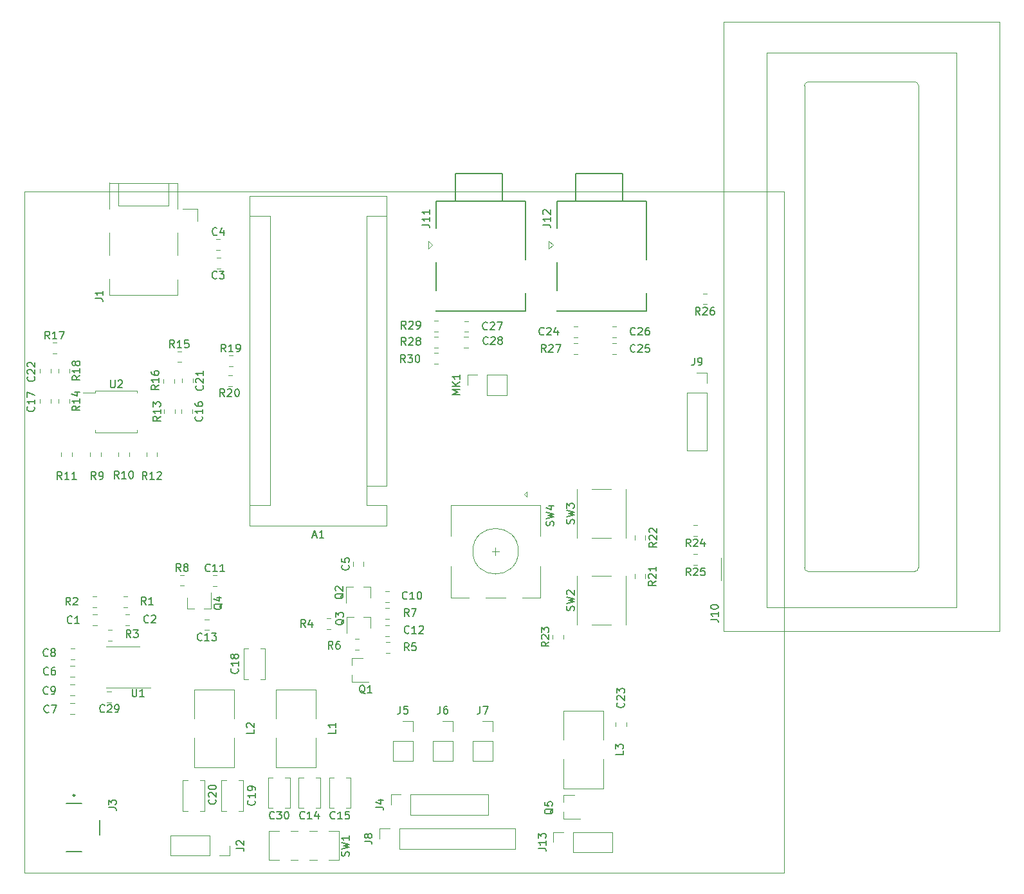
<source format=gbr>
%TF.GenerationSoftware,KiCad,Pcbnew,5.1.6+dfsg1-1*%
%TF.CreationDate,2021-04-07T14:27:39-04:00*%
%TF.ProjectId,uSDX-x,75534458-2d78-42e6-9b69-6361645f7063,rev?*%
%TF.SameCoordinates,Original*%
%TF.FileFunction,Legend,Top*%
%TF.FilePolarity,Positive*%
%FSLAX46Y46*%
G04 Gerber Fmt 4.6, Leading zero omitted, Abs format (unit mm)*
G04 Created by KiCad (PCBNEW 5.1.6+dfsg1-1) date 2021-04-07 14:27:39*
%MOMM*%
%LPD*%
G01*
G04 APERTURE LIST*
%TA.AperFunction,Profile*%
%ADD10C,0.050000*%
%TD*%
%ADD11C,0.120000*%
%ADD12C,0.250000*%
%ADD13C,0.150000*%
G04 APERTURE END LIST*
D10*
X89350000Y-143150000D02*
X89350000Y-53400000D01*
X189350000Y-143150000D02*
X89350000Y-143150000D01*
X189350000Y-53400000D02*
X189350000Y-143150000D01*
X89350000Y-53400000D02*
X189350000Y-53400000D01*
D11*
%TO.C,J1*%
X101700000Y-55300000D02*
X108300000Y-55300000D01*
X100500000Y-52300000D02*
X109500000Y-52300000D01*
X100500000Y-52290000D02*
X100500000Y-55700000D01*
X100500000Y-58900000D02*
X100500000Y-61800000D01*
X100500000Y-64990000D02*
X100500000Y-67100000D01*
X109500000Y-65000000D02*
X109500000Y-67100000D01*
X109500000Y-58900000D02*
X109500000Y-61800000D01*
X100500000Y-67100000D02*
X109500000Y-67100000D01*
X109500000Y-52300000D02*
X109500000Y-55700000D01*
X112100000Y-57300000D02*
X112100000Y-55700000D01*
X112100000Y-55700000D02*
X110200000Y-55700000D01*
X108300000Y-55300000D02*
X108300000Y-52300000D01*
X101700000Y-55300000D02*
X101700000Y-52300000D01*
D12*
%TO.C,J3*%
X95975000Y-132975000D02*
G75*
G03*
X95975000Y-132975000I-125000J0D01*
G01*
D13*
X99225000Y-138150000D02*
X99225000Y-136250000D01*
X94875000Y-134025000D02*
X96900000Y-134025000D01*
X94875000Y-140375000D02*
X96900000Y-140375000D01*
D11*
%TO.C,J10*%
X192003460Y-102989340D02*
G75*
G03*
X192503840Y-103489720I500380J0D01*
G01*
X206504320Y-103489720D02*
G75*
G03*
X207004700Y-102989340I0J500380D01*
G01*
X207004700Y-39489340D02*
G75*
G03*
X206504320Y-38988960I-500380J0D01*
G01*
X192505000Y-38990000D02*
G75*
G03*
X192005000Y-39490000I0J-500000D01*
G01*
X212005000Y-108190000D02*
X187005000Y-108190000D01*
X212005000Y-35190000D02*
X212005000Y-108190000D01*
X187005000Y-35190000D02*
X212005000Y-35190000D01*
X187005000Y-108190000D02*
X187005000Y-35190000D01*
X192505000Y-38990000D02*
X206505000Y-38990000D01*
X207005000Y-39489340D02*
X207005000Y-102990000D01*
X206504320Y-103489720D02*
X192505000Y-103489720D01*
X192005000Y-102990000D02*
X192005000Y-39490000D01*
X181005000Y-104690000D02*
X181005000Y-101690000D01*
X181365000Y-111320000D02*
X181365000Y-110530000D01*
X181365000Y-111330000D02*
X217645000Y-111330000D01*
X181365000Y-31050000D02*
X181365000Y-110530000D01*
X217645000Y-31050000D02*
X181365000Y-31050000D01*
X217645000Y-111330000D02*
X217645000Y-31050000D01*
%TO.C,SW4*%
X154350000Y-100820000D02*
G75*
G03*
X154350000Y-100820000I-3000000J0D01*
G01*
X157250000Y-102820000D02*
X157250000Y-106920000D01*
X145450000Y-106920000D02*
X145450000Y-102820000D01*
X145450000Y-98820000D02*
X145450000Y-94720000D01*
X157250000Y-98820000D02*
X157250000Y-94720000D01*
X157250000Y-94720000D02*
X145450000Y-94720000D01*
X155150000Y-93320000D02*
X155450000Y-93020000D01*
X155450000Y-93020000D02*
X155450000Y-93620000D01*
X155450000Y-93620000D02*
X155150000Y-93320000D01*
X157250000Y-106920000D02*
X154850000Y-106920000D01*
X152650000Y-106920000D02*
X150050000Y-106920000D01*
X147850000Y-106920000D02*
X145450000Y-106920000D01*
X151850000Y-100820000D02*
X150850000Y-100820000D01*
X151350000Y-100320000D02*
X151350000Y-101320000D01*
%TO.C,J9*%
X177850000Y-77320000D02*
X179180000Y-77320000D01*
X179180000Y-77320000D02*
X179180000Y-78650000D01*
X179180000Y-79920000D02*
X179180000Y-87600000D01*
X176520000Y-87600000D02*
X179180000Y-87600000D01*
X176520000Y-79920000D02*
X176520000Y-87600000D01*
X176520000Y-79920000D02*
X179180000Y-79920000D01*
%TO.C,U2*%
X98686100Y-79955000D02*
X97033600Y-79955000D01*
X98686100Y-79672500D02*
X98686100Y-79955000D01*
X101433600Y-79672500D02*
X98686100Y-79672500D01*
X104181100Y-79672500D02*
X104181100Y-79955000D01*
X101433600Y-79672500D02*
X104181100Y-79672500D01*
X98686100Y-85167500D02*
X98686100Y-84885000D01*
X101433600Y-85167500D02*
X98686100Y-85167500D01*
X104181100Y-85167500D02*
X104181100Y-84885000D01*
X101433600Y-85167500D02*
X104181100Y-85167500D01*
%TO.C,U1*%
X102297600Y-118838600D02*
X105897600Y-118838600D01*
X102297600Y-118838600D02*
X100097600Y-118838600D01*
X102297600Y-113368600D02*
X104497600Y-113368600D01*
X102297600Y-113368600D02*
X100097600Y-113368600D01*
%TO.C,SW3*%
X168510000Y-99090000D02*
X168510000Y-92630000D01*
X163980000Y-99090000D02*
X166580000Y-99090000D01*
X162050000Y-99090000D02*
X162050000Y-92630000D01*
X163980000Y-92630000D02*
X166580000Y-92630000D01*
X162080000Y-99090000D02*
X162050000Y-99090000D01*
X168510000Y-99090000D02*
X168480000Y-99090000D01*
X168510000Y-92630000D02*
X168480000Y-92630000D01*
X162050000Y-92630000D02*
X162080000Y-92630000D01*
%TO.C,SW2*%
X168510000Y-110520000D02*
X168510000Y-104060000D01*
X163980000Y-110520000D02*
X166580000Y-110520000D01*
X162050000Y-110520000D02*
X162050000Y-104060000D01*
X163980000Y-104060000D02*
X166580000Y-104060000D01*
X162080000Y-110520000D02*
X162050000Y-110520000D01*
X168510000Y-110520000D02*
X168480000Y-110520000D01*
X168510000Y-104060000D02*
X168480000Y-104060000D01*
X162050000Y-104060000D02*
X162080000Y-104060000D01*
%TO.C,SW1*%
X127840000Y-141530000D02*
X126860000Y-141530000D01*
X125340000Y-141530000D02*
X124360000Y-141530000D01*
X127840000Y-137710000D02*
X126860000Y-137710000D01*
X130710000Y-141530000D02*
X129360000Y-141530000D01*
X130710000Y-137710000D02*
X129360000Y-137710000D01*
X125340000Y-137710000D02*
X124360000Y-137710000D01*
X121490000Y-141530000D02*
X122840000Y-141530000D01*
X121490000Y-137710000D02*
X121490000Y-141530000D01*
X122840000Y-137710000D02*
X121490000Y-137710000D01*
X130710000Y-137710000D02*
X130710000Y-141530000D01*
%TO.C,R30*%
X143761252Y-74672600D02*
X143238748Y-74672600D01*
X143761252Y-76092600D02*
X143238748Y-76092600D01*
%TO.C,R29*%
X143263748Y-74010000D02*
X143786252Y-74010000D01*
X143263748Y-72590000D02*
X143786252Y-72590000D01*
%TO.C,R28*%
X143761252Y-70490000D02*
X143238748Y-70490000D01*
X143761252Y-71910000D02*
X143238748Y-71910000D01*
%TO.C,R27*%
X162171252Y-73440000D02*
X161648748Y-73440000D01*
X162171252Y-74860000D02*
X161648748Y-74860000D01*
%TO.C,R26*%
X179160852Y-66869200D02*
X178638348Y-66869200D01*
X179160852Y-68289200D02*
X178638348Y-68289200D01*
%TO.C,R25*%
X177916252Y-101210000D02*
X177393748Y-101210000D01*
X177916252Y-102630000D02*
X177393748Y-102630000D01*
%TO.C,R24*%
X177916252Y-97400000D02*
X177393748Y-97400000D01*
X177916252Y-98820000D02*
X177393748Y-98820000D01*
%TO.C,R23*%
X160275000Y-112386252D02*
X160275000Y-111863748D01*
X158855000Y-112386252D02*
X158855000Y-111863748D01*
%TO.C,R22*%
X171070000Y-99296252D02*
X171070000Y-98773748D01*
X169650000Y-99296252D02*
X169650000Y-98773748D01*
%TO.C,R21*%
X169650000Y-103853748D02*
X169650000Y-104376252D01*
X171070000Y-103853748D02*
X171070000Y-104376252D01*
%TO.C,R20*%
X116166348Y-79061200D02*
X116688852Y-79061200D01*
X116166348Y-77641200D02*
X116688852Y-77641200D01*
%TO.C,R19*%
X116217148Y-76470400D02*
X116739652Y-76470400D01*
X116217148Y-75050400D02*
X116739652Y-75050400D01*
%TO.C,R18*%
X93814800Y-76782948D02*
X93814800Y-77305452D01*
X95234800Y-76782948D02*
X95234800Y-77305452D01*
%TO.C,R17*%
X93566852Y-73328000D02*
X93044348Y-73328000D01*
X93566852Y-74748000D02*
X93044348Y-74748000D01*
%TO.C,R16*%
X107632400Y-78145548D02*
X107632400Y-78668052D01*
X109052400Y-78145548D02*
X109052400Y-78668052D01*
%TO.C,R15*%
X109443748Y-75916400D02*
X109966252Y-75916400D01*
X109443748Y-74496400D02*
X109966252Y-74496400D01*
%TO.C,R14*%
X95234800Y-81309652D02*
X95234800Y-80787148D01*
X93814800Y-81309652D02*
X93814800Y-80787148D01*
%TO.C,R13*%
X109154000Y-82681252D02*
X109154000Y-82158748D01*
X107734000Y-82681252D02*
X107734000Y-82158748D01*
%TO.C,R12*%
X106810000Y-88361252D02*
X106810000Y-87838748D01*
X105390000Y-88361252D02*
X105390000Y-87838748D01*
%TO.C,R11*%
X95610000Y-88361252D02*
X95610000Y-87838748D01*
X94190000Y-88361252D02*
X94190000Y-87838748D01*
%TO.C,R10*%
X103110000Y-88311252D02*
X103110000Y-87788748D01*
X101690000Y-88311252D02*
X101690000Y-87788748D01*
%TO.C,R9*%
X99410000Y-88361252D02*
X99410000Y-87838748D01*
X97990000Y-88361252D02*
X97990000Y-87838748D01*
%TO.C,R8*%
X109829548Y-105368400D02*
X110352052Y-105368400D01*
X109829548Y-103948400D02*
X110352052Y-103948400D01*
%TO.C,R7*%
X136832148Y-109765600D02*
X137354652Y-109765600D01*
X136832148Y-108345600D02*
X137354652Y-108345600D01*
%TO.C,R6*%
X133361252Y-112390000D02*
X132838748Y-112390000D01*
X133361252Y-113810000D02*
X132838748Y-113810000D01*
%TO.C,R5*%
X137405452Y-112805200D02*
X136882948Y-112805200D01*
X137405452Y-114225200D02*
X136882948Y-114225200D01*
%TO.C,R4*%
X129661252Y-109690000D02*
X129138748Y-109690000D01*
X129661252Y-111110000D02*
X129138748Y-111110000D01*
%TO.C,R3*%
X100338748Y-112610000D02*
X100861252Y-112610000D01*
X100338748Y-111190000D02*
X100861252Y-111190000D01*
%TO.C,R2*%
X98850452Y-106757600D02*
X98327948Y-106757600D01*
X98850452Y-108177600D02*
X98327948Y-108177600D01*
%TO.C,R1*%
X102914452Y-106757600D02*
X102391948Y-106757600D01*
X102914452Y-108177600D02*
X102391948Y-108177600D01*
%TO.C,Q5*%
X160297600Y-132939200D02*
X161757600Y-132939200D01*
X160297600Y-136099200D02*
X162457600Y-136099200D01*
X160297600Y-136099200D02*
X160297600Y-135169200D01*
X160297600Y-132939200D02*
X160297600Y-133869200D01*
%TO.C,Q4*%
X110746000Y-108390200D02*
X110746000Y-106930200D01*
X113906000Y-108390200D02*
X113906000Y-106230200D01*
X113906000Y-108390200D02*
X112976000Y-108390200D01*
X110746000Y-108390200D02*
X111676000Y-108390200D01*
%TO.C,Q3*%
X134905200Y-109464000D02*
X134905200Y-110924000D01*
X131745200Y-109464000D02*
X131745200Y-111624000D01*
X131745200Y-109464000D02*
X132675200Y-109464000D01*
X134905200Y-109464000D02*
X133975200Y-109464000D01*
%TO.C,Q2*%
X134854400Y-105501600D02*
X134854400Y-106961600D01*
X131694400Y-105501600D02*
X131694400Y-107661600D01*
X131694400Y-105501600D02*
X132624400Y-105501600D01*
X134854400Y-105501600D02*
X133924400Y-105501600D01*
%TO.C,Q1*%
X132440000Y-114920000D02*
X133900000Y-114920000D01*
X132440000Y-118080000D02*
X134600000Y-118080000D01*
X132440000Y-118080000D02*
X132440000Y-117150000D01*
X132440000Y-114920000D02*
X132440000Y-115850000D01*
%TO.C,MK1*%
X147635000Y-78910000D02*
X147635000Y-77580000D01*
X147635000Y-77580000D02*
X148965000Y-77580000D01*
X150235000Y-77580000D02*
X152835000Y-77580000D01*
X152835000Y-80240000D02*
X152835000Y-77580000D01*
X150235000Y-80240000D02*
X152835000Y-80240000D01*
X150235000Y-80240000D02*
X150235000Y-77580000D01*
%TO.C,L3*%
X165506400Y-132070000D02*
X160266400Y-132070000D01*
X165506400Y-121830000D02*
X160266400Y-121830000D01*
X160266400Y-128205000D02*
X160266400Y-132070000D01*
X160266400Y-121830000D02*
X160266400Y-125695000D01*
X165506400Y-128205000D02*
X165506400Y-132070000D01*
X165506400Y-121830000D02*
X165506400Y-125695000D01*
%TO.C,L2*%
X116930000Y-129262800D02*
X111690000Y-129262800D01*
X116930000Y-119022800D02*
X111690000Y-119022800D01*
X111690000Y-125397800D02*
X111690000Y-129262800D01*
X111690000Y-119022800D02*
X111690000Y-122887800D01*
X116930000Y-125397800D02*
X116930000Y-129262800D01*
X116930000Y-119022800D02*
X116930000Y-122887800D01*
%TO.C,L1*%
X127680000Y-129270000D02*
X122440000Y-129270000D01*
X127680000Y-119030000D02*
X122440000Y-119030000D01*
X122440000Y-125405000D02*
X122440000Y-129270000D01*
X122440000Y-119030000D02*
X122440000Y-122895000D01*
X127680000Y-125405000D02*
X127680000Y-129270000D01*
X127680000Y-119030000D02*
X127680000Y-122895000D01*
%TO.C,J13*%
X158965600Y-139142000D02*
X158965600Y-137812000D01*
X158965600Y-137812000D02*
X160295600Y-137812000D01*
X161565600Y-137812000D02*
X166705600Y-137812000D01*
X166705600Y-140472000D02*
X166705600Y-137812000D01*
X161565600Y-140472000D02*
X166705600Y-140472000D01*
X161565600Y-140472000D02*
X161565600Y-137812000D01*
D13*
%TO.C,J12*%
X161895000Y-51095000D02*
X161895000Y-54695000D01*
X168095000Y-51095000D02*
X161895000Y-51095000D01*
X168095000Y-54695000D02*
X168095000Y-51095000D01*
X159395000Y-54695000D02*
X171195000Y-54695000D01*
X159395000Y-58245000D02*
X159395000Y-54695000D01*
X159395000Y-66495000D02*
X159395000Y-62745000D01*
X159395000Y-69195000D02*
X159395000Y-69095000D01*
X171195000Y-69195000D02*
X159395000Y-69195000D01*
X171195000Y-66795000D02*
X171195000Y-69195000D01*
X171195000Y-54695000D02*
X171195000Y-62445000D01*
D11*
X158895000Y-60495000D02*
X158345000Y-59995000D01*
X158345000Y-59995000D02*
X158345000Y-60995000D01*
X158345000Y-60995000D02*
X158895000Y-60495000D01*
D13*
%TO.C,J11*%
X146020000Y-51095000D02*
X146020000Y-54695000D01*
X152220000Y-51095000D02*
X146020000Y-51095000D01*
X152220000Y-54695000D02*
X152220000Y-51095000D01*
X143520000Y-54695000D02*
X155320000Y-54695000D01*
X143520000Y-58245000D02*
X143520000Y-54695000D01*
X143520000Y-66495000D02*
X143520000Y-62745000D01*
X143520000Y-69195000D02*
X143520000Y-69095000D01*
X155320000Y-69195000D02*
X143520000Y-69195000D01*
X155320000Y-66795000D02*
X155320000Y-69195000D01*
X155320000Y-54695000D02*
X155320000Y-62445000D01*
D11*
X143020000Y-60495000D02*
X142470000Y-59995000D01*
X142470000Y-59995000D02*
X142470000Y-60995000D01*
X142470000Y-60995000D02*
X143020000Y-60495000D01*
%TO.C,J8*%
X138670000Y-140030000D02*
X138670000Y-137370000D01*
X138670000Y-140030000D02*
X153970000Y-140030000D01*
X153970000Y-140030000D02*
X153970000Y-137370000D01*
X138670000Y-137370000D02*
X153970000Y-137370000D01*
X136070000Y-137370000D02*
X137400000Y-137370000D01*
X136070000Y-138700000D02*
X136070000Y-137370000D01*
%TO.C,J7*%
X148320000Y-125820000D02*
X150980000Y-125820000D01*
X148320000Y-125820000D02*
X148320000Y-128420000D01*
X148320000Y-128420000D02*
X150980000Y-128420000D01*
X150980000Y-125820000D02*
X150980000Y-128420000D01*
X150980000Y-123220000D02*
X150980000Y-124550000D01*
X149650000Y-123220000D02*
X150980000Y-123220000D01*
%TO.C,J6*%
X143070000Y-125820000D02*
X145730000Y-125820000D01*
X143070000Y-125820000D02*
X143070000Y-128420000D01*
X143070000Y-128420000D02*
X145730000Y-128420000D01*
X145730000Y-125820000D02*
X145730000Y-128420000D01*
X145730000Y-123220000D02*
X145730000Y-124550000D01*
X144400000Y-123220000D02*
X145730000Y-123220000D01*
%TO.C,J5*%
X137820000Y-125820000D02*
X140480000Y-125820000D01*
X137820000Y-125820000D02*
X137820000Y-128420000D01*
X137820000Y-128420000D02*
X140480000Y-128420000D01*
X140480000Y-125820000D02*
X140480000Y-128420000D01*
X140480000Y-123220000D02*
X140480000Y-124550000D01*
X139150000Y-123220000D02*
X140480000Y-123220000D01*
%TO.C,J4*%
X140170000Y-135530000D02*
X140170000Y-132870000D01*
X140170000Y-135530000D02*
X150390000Y-135530000D01*
X150390000Y-135530000D02*
X150390000Y-132870000D01*
X140170000Y-132870000D02*
X150390000Y-132870000D01*
X137570000Y-132870000D02*
X138900000Y-132870000D01*
X137570000Y-134200000D02*
X137570000Y-132870000D01*
%TO.C,J2*%
X116330000Y-139600000D02*
X116330000Y-140930000D01*
X116330000Y-140930000D02*
X115000000Y-140930000D01*
X113730000Y-140930000D02*
X108590000Y-140930000D01*
X108590000Y-138270000D02*
X108590000Y-140930000D01*
X113730000Y-138270000D02*
X108590000Y-138270000D01*
X113730000Y-138270000D02*
X113730000Y-140930000D01*
%TO.C,C30*%
X122055000Y-134670000D02*
X121430000Y-134670000D01*
X124270000Y-134670000D02*
X123645000Y-134670000D01*
X122055000Y-130630000D02*
X121430000Y-130630000D01*
X124270000Y-130630000D02*
X123645000Y-130630000D01*
X121430000Y-130630000D02*
X121430000Y-134670000D01*
X124270000Y-130630000D02*
X124270000Y-134670000D01*
%TO.C,C29*%
X100207548Y-120725200D02*
X100730052Y-120725200D01*
X100207548Y-119305200D02*
X100730052Y-119305200D01*
%TO.C,C28*%
X147722652Y-72560600D02*
X147200148Y-72560600D01*
X147722652Y-73980600D02*
X147200148Y-73980600D01*
%TO.C,C27*%
X147238548Y-71927000D02*
X147761052Y-71927000D01*
X147238548Y-70507000D02*
X147761052Y-70507000D01*
%TO.C,C26*%
X167251252Y-71215000D02*
X166728748Y-71215000D01*
X167251252Y-72635000D02*
X166728748Y-72635000D01*
%TO.C,C25*%
X167251252Y-73440000D02*
X166728748Y-73440000D01*
X167251252Y-74860000D02*
X166728748Y-74860000D01*
%TO.C,C24*%
X161648748Y-72635000D02*
X162171252Y-72635000D01*
X161648748Y-71215000D02*
X162171252Y-71215000D01*
%TO.C,C23*%
X168560000Y-123911252D02*
X168560000Y-123388748D01*
X167140000Y-123911252D02*
X167140000Y-123388748D01*
%TO.C,C22*%
X91376400Y-76782948D02*
X91376400Y-77305452D01*
X92796400Y-76782948D02*
X92796400Y-77305452D01*
%TO.C,C21*%
X110070800Y-78103748D02*
X110070800Y-78626252D01*
X111490800Y-78103748D02*
X111490800Y-78626252D01*
%TO.C,C20*%
X110821600Y-135043400D02*
X110196600Y-135043400D01*
X113036600Y-135043400D02*
X112411600Y-135043400D01*
X110821600Y-131003400D02*
X110196600Y-131003400D01*
X113036600Y-131003400D02*
X112411600Y-131003400D01*
X110196600Y-131003400D02*
X110196600Y-135043400D01*
X113036600Y-131003400D02*
X113036600Y-135043400D01*
%TO.C,C19*%
X115901600Y-135043400D02*
X115276600Y-135043400D01*
X118116600Y-135043400D02*
X117491600Y-135043400D01*
X115901600Y-131003400D02*
X115276600Y-131003400D01*
X118116600Y-131003400D02*
X117491600Y-131003400D01*
X115276600Y-131003400D02*
X115276600Y-135043400D01*
X118116600Y-131003400D02*
X118116600Y-135043400D01*
%TO.C,C18*%
X120395000Y-113630000D02*
X121020000Y-113630000D01*
X118180000Y-113630000D02*
X118805000Y-113630000D01*
X120395000Y-117670000D02*
X121020000Y-117670000D01*
X118180000Y-117670000D02*
X118805000Y-117670000D01*
X121020000Y-117670000D02*
X121020000Y-113630000D01*
X118180000Y-117670000D02*
X118180000Y-113630000D01*
%TO.C,C17*%
X91376400Y-80787148D02*
X91376400Y-81309652D01*
X92796400Y-80787148D02*
X92796400Y-81309652D01*
%TO.C,C16*%
X109969200Y-82158748D02*
X109969200Y-82681252D01*
X111389200Y-82158748D02*
X111389200Y-82681252D01*
%TO.C,C15*%
X126055000Y-134670000D02*
X125430000Y-134670000D01*
X128270000Y-134670000D02*
X127645000Y-134670000D01*
X126055000Y-130630000D02*
X125430000Y-130630000D01*
X128270000Y-130630000D02*
X127645000Y-130630000D01*
X125430000Y-130630000D02*
X125430000Y-134670000D01*
X128270000Y-130630000D02*
X128270000Y-134670000D01*
%TO.C,C14*%
X131645000Y-130630000D02*
X132270000Y-130630000D01*
X129430000Y-130630000D02*
X130055000Y-130630000D01*
X131645000Y-134670000D02*
X132270000Y-134670000D01*
X129430000Y-134670000D02*
X130055000Y-134670000D01*
X132270000Y-134670000D02*
X132270000Y-130630000D01*
X129430000Y-134670000D02*
X129430000Y-130630000D01*
%TO.C,C13*%
X113603252Y-109790400D02*
X113080748Y-109790400D01*
X113603252Y-111210400D02*
X113080748Y-111210400D01*
%TO.C,C12*%
X136823148Y-111990000D02*
X137345652Y-111990000D01*
X136823148Y-110570000D02*
X137345652Y-110570000D01*
%TO.C,C11*%
X114147548Y-105419200D02*
X114670052Y-105419200D01*
X114147548Y-103999200D02*
X114670052Y-103999200D01*
%TO.C,C10*%
X137354652Y-106110400D02*
X136832148Y-106110400D01*
X137354652Y-107530400D02*
X136832148Y-107530400D01*
%TO.C,C9*%
X95904052Y-118390800D02*
X95381548Y-118390800D01*
X95904052Y-119810800D02*
X95381548Y-119810800D01*
%TO.C,C8*%
X95432348Y-115035600D02*
X95954852Y-115035600D01*
X95432348Y-113615600D02*
X95954852Y-113615600D01*
%TO.C,C7*%
X95904052Y-120829200D02*
X95381548Y-120829200D01*
X95904052Y-122249200D02*
X95381548Y-122249200D01*
%TO.C,C6*%
X95381548Y-117321600D02*
X95904052Y-117321600D01*
X95381548Y-115901600D02*
X95904052Y-115901600D01*
%TO.C,C5*%
X133984400Y-102763652D02*
X133984400Y-102241148D01*
X132564400Y-102763652D02*
X132564400Y-102241148D01*
%TO.C,C4*%
X114588748Y-61110000D02*
X115111252Y-61110000D01*
X114588748Y-59690000D02*
X115111252Y-59690000D01*
%TO.C,C3*%
X114613748Y-63610000D02*
X115136252Y-63610000D01*
X114613748Y-62190000D02*
X115136252Y-62190000D01*
%TO.C,C2*%
X103111252Y-109145200D02*
X102588748Y-109145200D01*
X103111252Y-110565200D02*
X102588748Y-110565200D01*
%TO.C,C1*%
X98861252Y-109190000D02*
X98338748Y-109190000D01*
X98861252Y-110610000D02*
X98338748Y-110610000D01*
%TO.C,A1*%
X118990000Y-97455000D02*
X137030000Y-97455000D01*
X118990000Y-54015000D02*
X118990000Y-97455000D01*
X137030000Y-54015000D02*
X118990000Y-54015000D01*
X134360000Y-56685000D02*
X137030000Y-56685000D01*
X134360000Y-92245000D02*
X134360000Y-56685000D01*
X134360000Y-92245000D02*
X137030000Y-92245000D01*
X121660000Y-56685000D02*
X118990000Y-56685000D01*
X121660000Y-94785000D02*
X121660000Y-56685000D01*
X121660000Y-94785000D02*
X118990000Y-94785000D01*
X137030000Y-97455000D02*
X137030000Y-94785000D01*
X137030000Y-92245000D02*
X137030000Y-54015000D01*
X134360000Y-94785000D02*
X137030000Y-94785000D01*
X134360000Y-92245000D02*
X134360000Y-94785000D01*
%TD*%
%TO.C,J1*%
D13*
X98652380Y-67533333D02*
X99366666Y-67533333D01*
X99509523Y-67580952D01*
X99604761Y-67676190D01*
X99652380Y-67819047D01*
X99652380Y-67914285D01*
X99652380Y-66533333D02*
X99652380Y-67104761D01*
X99652380Y-66819047D02*
X98652380Y-66819047D01*
X98795238Y-66914285D01*
X98890476Y-67009523D01*
X98938095Y-67104761D01*
%TO.C,J3*%
X100402380Y-134587976D02*
X101116666Y-134587976D01*
X101259523Y-134635595D01*
X101354761Y-134730833D01*
X101402380Y-134873690D01*
X101402380Y-134968928D01*
X100402380Y-134207023D02*
X100402380Y-133587976D01*
X100783333Y-133921309D01*
X100783333Y-133778452D01*
X100830952Y-133683214D01*
X100878571Y-133635595D01*
X100973809Y-133587976D01*
X101211904Y-133587976D01*
X101307142Y-133635595D01*
X101354761Y-133683214D01*
X101402380Y-133778452D01*
X101402380Y-134064166D01*
X101354761Y-134159404D01*
X101307142Y-134207023D01*
%TO.C,J10*%
X179647380Y-109819523D02*
X180361666Y-109819523D01*
X180504523Y-109867142D01*
X180599761Y-109962380D01*
X180647380Y-110105238D01*
X180647380Y-110200476D01*
X180647380Y-108819523D02*
X180647380Y-109390952D01*
X180647380Y-109105238D02*
X179647380Y-109105238D01*
X179790238Y-109200476D01*
X179885476Y-109295714D01*
X179933095Y-109390952D01*
X179647380Y-108200476D02*
X179647380Y-108105238D01*
X179695000Y-108010000D01*
X179742619Y-107962380D01*
X179837857Y-107914761D01*
X180028333Y-107867142D01*
X180266428Y-107867142D01*
X180456904Y-107914761D01*
X180552142Y-107962380D01*
X180599761Y-108010000D01*
X180647380Y-108105238D01*
X180647380Y-108200476D01*
X180599761Y-108295714D01*
X180552142Y-108343333D01*
X180456904Y-108390952D01*
X180266428Y-108438571D01*
X180028333Y-108438571D01*
X179837857Y-108390952D01*
X179742619Y-108343333D01*
X179695000Y-108295714D01*
X179647380Y-108200476D01*
%TO.C,SW4*%
X158954761Y-97453333D02*
X159002380Y-97310476D01*
X159002380Y-97072380D01*
X158954761Y-96977142D01*
X158907142Y-96929523D01*
X158811904Y-96881904D01*
X158716666Y-96881904D01*
X158621428Y-96929523D01*
X158573809Y-96977142D01*
X158526190Y-97072380D01*
X158478571Y-97262857D01*
X158430952Y-97358095D01*
X158383333Y-97405714D01*
X158288095Y-97453333D01*
X158192857Y-97453333D01*
X158097619Y-97405714D01*
X158050000Y-97358095D01*
X158002380Y-97262857D01*
X158002380Y-97024761D01*
X158050000Y-96881904D01*
X158002380Y-96548571D02*
X159002380Y-96310476D01*
X158288095Y-96120000D01*
X159002380Y-95929523D01*
X158002380Y-95691428D01*
X158335714Y-94881904D02*
X159002380Y-94881904D01*
X157954761Y-95120000D02*
X158669047Y-95358095D01*
X158669047Y-94739047D01*
%TO.C,J9*%
X177516666Y-75332380D02*
X177516666Y-76046666D01*
X177469047Y-76189523D01*
X177373809Y-76284761D01*
X177230952Y-76332380D01*
X177135714Y-76332380D01*
X178040476Y-76332380D02*
X178230952Y-76332380D01*
X178326190Y-76284761D01*
X178373809Y-76237142D01*
X178469047Y-76094285D01*
X178516666Y-75903809D01*
X178516666Y-75522857D01*
X178469047Y-75427619D01*
X178421428Y-75380000D01*
X178326190Y-75332380D01*
X178135714Y-75332380D01*
X178040476Y-75380000D01*
X177992857Y-75427619D01*
X177945238Y-75522857D01*
X177945238Y-75760952D01*
X177992857Y-75856190D01*
X178040476Y-75903809D01*
X178135714Y-75951428D01*
X178326190Y-75951428D01*
X178421428Y-75903809D01*
X178469047Y-75856190D01*
X178516666Y-75760952D01*
%TO.C,U2*%
X100671695Y-78282380D02*
X100671695Y-79091904D01*
X100719314Y-79187142D01*
X100766933Y-79234761D01*
X100862171Y-79282380D01*
X101052647Y-79282380D01*
X101147885Y-79234761D01*
X101195504Y-79187142D01*
X101243123Y-79091904D01*
X101243123Y-78282380D01*
X101671695Y-78377619D02*
X101719314Y-78330000D01*
X101814552Y-78282380D01*
X102052647Y-78282380D01*
X102147885Y-78330000D01*
X102195504Y-78377619D01*
X102243123Y-78472857D01*
X102243123Y-78568095D01*
X102195504Y-78710952D01*
X101624076Y-79282380D01*
X102243123Y-79282380D01*
%TO.C,U1*%
X103516895Y-118959580D02*
X103516895Y-119769104D01*
X103564514Y-119864342D01*
X103612133Y-119911961D01*
X103707371Y-119959580D01*
X103897847Y-119959580D01*
X103993085Y-119911961D01*
X104040704Y-119864342D01*
X104088323Y-119769104D01*
X104088323Y-118959580D01*
X105088323Y-119959580D02*
X104516895Y-119959580D01*
X104802609Y-119959580D02*
X104802609Y-118959580D01*
X104707371Y-119102438D01*
X104612133Y-119197676D01*
X104516895Y-119245295D01*
%TO.C,SW3*%
X161634761Y-97193333D02*
X161682380Y-97050476D01*
X161682380Y-96812380D01*
X161634761Y-96717142D01*
X161587142Y-96669523D01*
X161491904Y-96621904D01*
X161396666Y-96621904D01*
X161301428Y-96669523D01*
X161253809Y-96717142D01*
X161206190Y-96812380D01*
X161158571Y-97002857D01*
X161110952Y-97098095D01*
X161063333Y-97145714D01*
X160968095Y-97193333D01*
X160872857Y-97193333D01*
X160777619Y-97145714D01*
X160730000Y-97098095D01*
X160682380Y-97002857D01*
X160682380Y-96764761D01*
X160730000Y-96621904D01*
X160682380Y-96288571D02*
X161682380Y-96050476D01*
X160968095Y-95860000D01*
X161682380Y-95669523D01*
X160682380Y-95431428D01*
X160682380Y-95145714D02*
X160682380Y-94526666D01*
X161063333Y-94860000D01*
X161063333Y-94717142D01*
X161110952Y-94621904D01*
X161158571Y-94574285D01*
X161253809Y-94526666D01*
X161491904Y-94526666D01*
X161587142Y-94574285D01*
X161634761Y-94621904D01*
X161682380Y-94717142D01*
X161682380Y-95002857D01*
X161634761Y-95098095D01*
X161587142Y-95145714D01*
%TO.C,SW2*%
X161634761Y-108623333D02*
X161682380Y-108480476D01*
X161682380Y-108242380D01*
X161634761Y-108147142D01*
X161587142Y-108099523D01*
X161491904Y-108051904D01*
X161396666Y-108051904D01*
X161301428Y-108099523D01*
X161253809Y-108147142D01*
X161206190Y-108242380D01*
X161158571Y-108432857D01*
X161110952Y-108528095D01*
X161063333Y-108575714D01*
X160968095Y-108623333D01*
X160872857Y-108623333D01*
X160777619Y-108575714D01*
X160730000Y-108528095D01*
X160682380Y-108432857D01*
X160682380Y-108194761D01*
X160730000Y-108051904D01*
X160682380Y-107718571D02*
X161682380Y-107480476D01*
X160968095Y-107290000D01*
X161682380Y-107099523D01*
X160682380Y-106861428D01*
X160777619Y-106528095D02*
X160730000Y-106480476D01*
X160682380Y-106385238D01*
X160682380Y-106147142D01*
X160730000Y-106051904D01*
X160777619Y-106004285D01*
X160872857Y-105956666D01*
X160968095Y-105956666D01*
X161110952Y-106004285D01*
X161682380Y-106575714D01*
X161682380Y-105956666D01*
%TO.C,SW1*%
X132004761Y-140983333D02*
X132052380Y-140840476D01*
X132052380Y-140602380D01*
X132004761Y-140507142D01*
X131957142Y-140459523D01*
X131861904Y-140411904D01*
X131766666Y-140411904D01*
X131671428Y-140459523D01*
X131623809Y-140507142D01*
X131576190Y-140602380D01*
X131528571Y-140792857D01*
X131480952Y-140888095D01*
X131433333Y-140935714D01*
X131338095Y-140983333D01*
X131242857Y-140983333D01*
X131147619Y-140935714D01*
X131100000Y-140888095D01*
X131052380Y-140792857D01*
X131052380Y-140554761D01*
X131100000Y-140411904D01*
X131052380Y-140078571D02*
X132052380Y-139840476D01*
X131338095Y-139650000D01*
X132052380Y-139459523D01*
X131052380Y-139221428D01*
X132052380Y-138316666D02*
X132052380Y-138888095D01*
X132052380Y-138602380D02*
X131052380Y-138602380D01*
X131195238Y-138697619D01*
X131290476Y-138792857D01*
X131338095Y-138888095D01*
%TO.C,R30*%
X139453542Y-75961980D02*
X139120209Y-75485790D01*
X138882114Y-75961980D02*
X138882114Y-74961980D01*
X139263066Y-74961980D01*
X139358304Y-75009600D01*
X139405923Y-75057219D01*
X139453542Y-75152457D01*
X139453542Y-75295314D01*
X139405923Y-75390552D01*
X139358304Y-75438171D01*
X139263066Y-75485790D01*
X138882114Y-75485790D01*
X139786876Y-74961980D02*
X140405923Y-74961980D01*
X140072590Y-75342933D01*
X140215447Y-75342933D01*
X140310685Y-75390552D01*
X140358304Y-75438171D01*
X140405923Y-75533409D01*
X140405923Y-75771504D01*
X140358304Y-75866742D01*
X140310685Y-75914361D01*
X140215447Y-75961980D01*
X139929733Y-75961980D01*
X139834495Y-75914361D01*
X139786876Y-75866742D01*
X141024971Y-74961980D02*
X141120209Y-74961980D01*
X141215447Y-75009600D01*
X141263066Y-75057219D01*
X141310685Y-75152457D01*
X141358304Y-75342933D01*
X141358304Y-75581028D01*
X141310685Y-75771504D01*
X141263066Y-75866742D01*
X141215447Y-75914361D01*
X141120209Y-75961980D01*
X141024971Y-75961980D01*
X140929733Y-75914361D01*
X140882114Y-75866742D01*
X140834495Y-75771504D01*
X140786876Y-75581028D01*
X140786876Y-75342933D01*
X140834495Y-75152457D01*
X140882114Y-75057219D01*
X140929733Y-75009600D01*
X141024971Y-74961980D01*
%TO.C,R29*%
X139554742Y-71517180D02*
X139221409Y-71040990D01*
X138983314Y-71517180D02*
X138983314Y-70517180D01*
X139364266Y-70517180D01*
X139459504Y-70564800D01*
X139507123Y-70612419D01*
X139554742Y-70707657D01*
X139554742Y-70850514D01*
X139507123Y-70945752D01*
X139459504Y-70993371D01*
X139364266Y-71040990D01*
X138983314Y-71040990D01*
X139935695Y-70612419D02*
X139983314Y-70564800D01*
X140078552Y-70517180D01*
X140316647Y-70517180D01*
X140411885Y-70564800D01*
X140459504Y-70612419D01*
X140507123Y-70707657D01*
X140507123Y-70802895D01*
X140459504Y-70945752D01*
X139888076Y-71517180D01*
X140507123Y-71517180D01*
X140983314Y-71517180D02*
X141173790Y-71517180D01*
X141269028Y-71469561D01*
X141316647Y-71421942D01*
X141411885Y-71279085D01*
X141459504Y-71088609D01*
X141459504Y-70707657D01*
X141411885Y-70612419D01*
X141364266Y-70564800D01*
X141269028Y-70517180D01*
X141078552Y-70517180D01*
X140983314Y-70564800D01*
X140935695Y-70612419D01*
X140888076Y-70707657D01*
X140888076Y-70945752D01*
X140935695Y-71040990D01*
X140983314Y-71088609D01*
X141078552Y-71136228D01*
X141269028Y-71136228D01*
X141364266Y-71088609D01*
X141411885Y-71040990D01*
X141459504Y-70945752D01*
%TO.C,R28*%
X139555142Y-73658980D02*
X139221809Y-73182790D01*
X138983714Y-73658980D02*
X138983714Y-72658980D01*
X139364666Y-72658980D01*
X139459904Y-72706600D01*
X139507523Y-72754219D01*
X139555142Y-72849457D01*
X139555142Y-72992314D01*
X139507523Y-73087552D01*
X139459904Y-73135171D01*
X139364666Y-73182790D01*
X138983714Y-73182790D01*
X139936095Y-72754219D02*
X139983714Y-72706600D01*
X140078952Y-72658980D01*
X140317047Y-72658980D01*
X140412285Y-72706600D01*
X140459904Y-72754219D01*
X140507523Y-72849457D01*
X140507523Y-72944695D01*
X140459904Y-73087552D01*
X139888476Y-73658980D01*
X140507523Y-73658980D01*
X141078952Y-73087552D02*
X140983714Y-73039933D01*
X140936095Y-72992314D01*
X140888476Y-72897076D01*
X140888476Y-72849457D01*
X140936095Y-72754219D01*
X140983714Y-72706600D01*
X141078952Y-72658980D01*
X141269428Y-72658980D01*
X141364666Y-72706600D01*
X141412285Y-72754219D01*
X141459904Y-72849457D01*
X141459904Y-72897076D01*
X141412285Y-72992314D01*
X141364666Y-73039933D01*
X141269428Y-73087552D01*
X141078952Y-73087552D01*
X140983714Y-73135171D01*
X140936095Y-73182790D01*
X140888476Y-73278028D01*
X140888476Y-73468504D01*
X140936095Y-73563742D01*
X140983714Y-73611361D01*
X141078952Y-73658980D01*
X141269428Y-73658980D01*
X141364666Y-73611361D01*
X141412285Y-73563742D01*
X141459904Y-73468504D01*
X141459904Y-73278028D01*
X141412285Y-73182790D01*
X141364666Y-73135171D01*
X141269428Y-73087552D01*
%TO.C,R27*%
X157957142Y-74602380D02*
X157623809Y-74126190D01*
X157385714Y-74602380D02*
X157385714Y-73602380D01*
X157766666Y-73602380D01*
X157861904Y-73650000D01*
X157909523Y-73697619D01*
X157957142Y-73792857D01*
X157957142Y-73935714D01*
X157909523Y-74030952D01*
X157861904Y-74078571D01*
X157766666Y-74126190D01*
X157385714Y-74126190D01*
X158338095Y-73697619D02*
X158385714Y-73650000D01*
X158480952Y-73602380D01*
X158719047Y-73602380D01*
X158814285Y-73650000D01*
X158861904Y-73697619D01*
X158909523Y-73792857D01*
X158909523Y-73888095D01*
X158861904Y-74030952D01*
X158290476Y-74602380D01*
X158909523Y-74602380D01*
X159242857Y-73602380D02*
X159909523Y-73602380D01*
X159480952Y-74602380D01*
%TO.C,R26*%
X178256742Y-69681580D02*
X177923409Y-69205390D01*
X177685314Y-69681580D02*
X177685314Y-68681580D01*
X178066266Y-68681580D01*
X178161504Y-68729200D01*
X178209123Y-68776819D01*
X178256742Y-68872057D01*
X178256742Y-69014914D01*
X178209123Y-69110152D01*
X178161504Y-69157771D01*
X178066266Y-69205390D01*
X177685314Y-69205390D01*
X178637695Y-68776819D02*
X178685314Y-68729200D01*
X178780552Y-68681580D01*
X179018647Y-68681580D01*
X179113885Y-68729200D01*
X179161504Y-68776819D01*
X179209123Y-68872057D01*
X179209123Y-68967295D01*
X179161504Y-69110152D01*
X178590076Y-69681580D01*
X179209123Y-69681580D01*
X180066266Y-68681580D02*
X179875790Y-68681580D01*
X179780552Y-68729200D01*
X179732933Y-68776819D01*
X179637695Y-68919676D01*
X179590076Y-69110152D01*
X179590076Y-69491104D01*
X179637695Y-69586342D01*
X179685314Y-69633961D01*
X179780552Y-69681580D01*
X179971028Y-69681580D01*
X180066266Y-69633961D01*
X180113885Y-69586342D01*
X180161504Y-69491104D01*
X180161504Y-69253009D01*
X180113885Y-69157771D01*
X180066266Y-69110152D01*
X179971028Y-69062533D01*
X179780552Y-69062533D01*
X179685314Y-69110152D01*
X179637695Y-69157771D01*
X179590076Y-69253009D01*
%TO.C,R25*%
X177012142Y-104022380D02*
X176678809Y-103546190D01*
X176440714Y-104022380D02*
X176440714Y-103022380D01*
X176821666Y-103022380D01*
X176916904Y-103070000D01*
X176964523Y-103117619D01*
X177012142Y-103212857D01*
X177012142Y-103355714D01*
X176964523Y-103450952D01*
X176916904Y-103498571D01*
X176821666Y-103546190D01*
X176440714Y-103546190D01*
X177393095Y-103117619D02*
X177440714Y-103070000D01*
X177535952Y-103022380D01*
X177774047Y-103022380D01*
X177869285Y-103070000D01*
X177916904Y-103117619D01*
X177964523Y-103212857D01*
X177964523Y-103308095D01*
X177916904Y-103450952D01*
X177345476Y-104022380D01*
X177964523Y-104022380D01*
X178869285Y-103022380D02*
X178393095Y-103022380D01*
X178345476Y-103498571D01*
X178393095Y-103450952D01*
X178488333Y-103403333D01*
X178726428Y-103403333D01*
X178821666Y-103450952D01*
X178869285Y-103498571D01*
X178916904Y-103593809D01*
X178916904Y-103831904D01*
X178869285Y-103927142D01*
X178821666Y-103974761D01*
X178726428Y-104022380D01*
X178488333Y-104022380D01*
X178393095Y-103974761D01*
X178345476Y-103927142D01*
%TO.C,R24*%
X177012142Y-100212380D02*
X176678809Y-99736190D01*
X176440714Y-100212380D02*
X176440714Y-99212380D01*
X176821666Y-99212380D01*
X176916904Y-99260000D01*
X176964523Y-99307619D01*
X177012142Y-99402857D01*
X177012142Y-99545714D01*
X176964523Y-99640952D01*
X176916904Y-99688571D01*
X176821666Y-99736190D01*
X176440714Y-99736190D01*
X177393095Y-99307619D02*
X177440714Y-99260000D01*
X177535952Y-99212380D01*
X177774047Y-99212380D01*
X177869285Y-99260000D01*
X177916904Y-99307619D01*
X177964523Y-99402857D01*
X177964523Y-99498095D01*
X177916904Y-99640952D01*
X177345476Y-100212380D01*
X177964523Y-100212380D01*
X178821666Y-99545714D02*
X178821666Y-100212380D01*
X178583571Y-99164761D02*
X178345476Y-99879047D01*
X178964523Y-99879047D01*
%TO.C,R23*%
X158367380Y-112767857D02*
X157891190Y-113101190D01*
X158367380Y-113339285D02*
X157367380Y-113339285D01*
X157367380Y-112958333D01*
X157415000Y-112863095D01*
X157462619Y-112815476D01*
X157557857Y-112767857D01*
X157700714Y-112767857D01*
X157795952Y-112815476D01*
X157843571Y-112863095D01*
X157891190Y-112958333D01*
X157891190Y-113339285D01*
X157462619Y-112386904D02*
X157415000Y-112339285D01*
X157367380Y-112244047D01*
X157367380Y-112005952D01*
X157415000Y-111910714D01*
X157462619Y-111863095D01*
X157557857Y-111815476D01*
X157653095Y-111815476D01*
X157795952Y-111863095D01*
X158367380Y-112434523D01*
X158367380Y-111815476D01*
X157367380Y-111482142D02*
X157367380Y-110863095D01*
X157748333Y-111196428D01*
X157748333Y-111053571D01*
X157795952Y-110958333D01*
X157843571Y-110910714D01*
X157938809Y-110863095D01*
X158176904Y-110863095D01*
X158272142Y-110910714D01*
X158319761Y-110958333D01*
X158367380Y-111053571D01*
X158367380Y-111339285D01*
X158319761Y-111434523D01*
X158272142Y-111482142D01*
%TO.C,R22*%
X172552380Y-99677857D02*
X172076190Y-100011190D01*
X172552380Y-100249285D02*
X171552380Y-100249285D01*
X171552380Y-99868333D01*
X171600000Y-99773095D01*
X171647619Y-99725476D01*
X171742857Y-99677857D01*
X171885714Y-99677857D01*
X171980952Y-99725476D01*
X172028571Y-99773095D01*
X172076190Y-99868333D01*
X172076190Y-100249285D01*
X171647619Y-99296904D02*
X171600000Y-99249285D01*
X171552380Y-99154047D01*
X171552380Y-98915952D01*
X171600000Y-98820714D01*
X171647619Y-98773095D01*
X171742857Y-98725476D01*
X171838095Y-98725476D01*
X171980952Y-98773095D01*
X172552380Y-99344523D01*
X172552380Y-98725476D01*
X171647619Y-98344523D02*
X171600000Y-98296904D01*
X171552380Y-98201666D01*
X171552380Y-97963571D01*
X171600000Y-97868333D01*
X171647619Y-97820714D01*
X171742857Y-97773095D01*
X171838095Y-97773095D01*
X171980952Y-97820714D01*
X172552380Y-98392142D01*
X172552380Y-97773095D01*
%TO.C,R21*%
X172462380Y-104757857D02*
X171986190Y-105091190D01*
X172462380Y-105329285D02*
X171462380Y-105329285D01*
X171462380Y-104948333D01*
X171510000Y-104853095D01*
X171557619Y-104805476D01*
X171652857Y-104757857D01*
X171795714Y-104757857D01*
X171890952Y-104805476D01*
X171938571Y-104853095D01*
X171986190Y-104948333D01*
X171986190Y-105329285D01*
X171557619Y-104376904D02*
X171510000Y-104329285D01*
X171462380Y-104234047D01*
X171462380Y-103995952D01*
X171510000Y-103900714D01*
X171557619Y-103853095D01*
X171652857Y-103805476D01*
X171748095Y-103805476D01*
X171890952Y-103853095D01*
X172462380Y-104424523D01*
X172462380Y-103805476D01*
X172462380Y-102853095D02*
X172462380Y-103424523D01*
X172462380Y-103138809D02*
X171462380Y-103138809D01*
X171605238Y-103234047D01*
X171700476Y-103329285D01*
X171748095Y-103424523D01*
%TO.C,R20*%
X115683142Y-80429180D02*
X115349809Y-79952990D01*
X115111714Y-80429180D02*
X115111714Y-79429180D01*
X115492666Y-79429180D01*
X115587904Y-79476800D01*
X115635523Y-79524419D01*
X115683142Y-79619657D01*
X115683142Y-79762514D01*
X115635523Y-79857752D01*
X115587904Y-79905371D01*
X115492666Y-79952990D01*
X115111714Y-79952990D01*
X116064095Y-79524419D02*
X116111714Y-79476800D01*
X116206952Y-79429180D01*
X116445047Y-79429180D01*
X116540285Y-79476800D01*
X116587904Y-79524419D01*
X116635523Y-79619657D01*
X116635523Y-79714895D01*
X116587904Y-79857752D01*
X116016476Y-80429180D01*
X116635523Y-80429180D01*
X117254571Y-79429180D02*
X117349809Y-79429180D01*
X117445047Y-79476800D01*
X117492666Y-79524419D01*
X117540285Y-79619657D01*
X117587904Y-79810133D01*
X117587904Y-80048228D01*
X117540285Y-80238704D01*
X117492666Y-80333942D01*
X117445047Y-80381561D01*
X117349809Y-80429180D01*
X117254571Y-80429180D01*
X117159333Y-80381561D01*
X117111714Y-80333942D01*
X117064095Y-80238704D01*
X117016476Y-80048228D01*
X117016476Y-79810133D01*
X117064095Y-79619657D01*
X117111714Y-79524419D01*
X117159333Y-79476800D01*
X117254571Y-79429180D01*
%TO.C,R19*%
X115835542Y-74562780D02*
X115502209Y-74086590D01*
X115264114Y-74562780D02*
X115264114Y-73562780D01*
X115645066Y-73562780D01*
X115740304Y-73610400D01*
X115787923Y-73658019D01*
X115835542Y-73753257D01*
X115835542Y-73896114D01*
X115787923Y-73991352D01*
X115740304Y-74038971D01*
X115645066Y-74086590D01*
X115264114Y-74086590D01*
X116787923Y-74562780D02*
X116216495Y-74562780D01*
X116502209Y-74562780D02*
X116502209Y-73562780D01*
X116406971Y-73705638D01*
X116311733Y-73800876D01*
X116216495Y-73848495D01*
X117264114Y-74562780D02*
X117454590Y-74562780D01*
X117549828Y-74515161D01*
X117597447Y-74467542D01*
X117692685Y-74324685D01*
X117740304Y-74134209D01*
X117740304Y-73753257D01*
X117692685Y-73658019D01*
X117645066Y-73610400D01*
X117549828Y-73562780D01*
X117359352Y-73562780D01*
X117264114Y-73610400D01*
X117216495Y-73658019D01*
X117168876Y-73753257D01*
X117168876Y-73991352D01*
X117216495Y-74086590D01*
X117264114Y-74134209D01*
X117359352Y-74181828D01*
X117549828Y-74181828D01*
X117645066Y-74134209D01*
X117692685Y-74086590D01*
X117740304Y-73991352D01*
%TO.C,R18*%
X96627180Y-77687057D02*
X96150990Y-78020390D01*
X96627180Y-78258485D02*
X95627180Y-78258485D01*
X95627180Y-77877533D01*
X95674800Y-77782295D01*
X95722419Y-77734676D01*
X95817657Y-77687057D01*
X95960514Y-77687057D01*
X96055752Y-77734676D01*
X96103371Y-77782295D01*
X96150990Y-77877533D01*
X96150990Y-78258485D01*
X96627180Y-76734676D02*
X96627180Y-77306104D01*
X96627180Y-77020390D02*
X95627180Y-77020390D01*
X95770038Y-77115628D01*
X95865276Y-77210866D01*
X95912895Y-77306104D01*
X96055752Y-76163247D02*
X96008133Y-76258485D01*
X95960514Y-76306104D01*
X95865276Y-76353723D01*
X95817657Y-76353723D01*
X95722419Y-76306104D01*
X95674800Y-76258485D01*
X95627180Y-76163247D01*
X95627180Y-75972771D01*
X95674800Y-75877533D01*
X95722419Y-75829914D01*
X95817657Y-75782295D01*
X95865276Y-75782295D01*
X95960514Y-75829914D01*
X96008133Y-75877533D01*
X96055752Y-75972771D01*
X96055752Y-76163247D01*
X96103371Y-76258485D01*
X96150990Y-76306104D01*
X96246228Y-76353723D01*
X96436704Y-76353723D01*
X96531942Y-76306104D01*
X96579561Y-76258485D01*
X96627180Y-76163247D01*
X96627180Y-75972771D01*
X96579561Y-75877533D01*
X96531942Y-75829914D01*
X96436704Y-75782295D01*
X96246228Y-75782295D01*
X96150990Y-75829914D01*
X96103371Y-75877533D01*
X96055752Y-75972771D01*
%TO.C,R17*%
X92653742Y-72864780D02*
X92320409Y-72388590D01*
X92082314Y-72864780D02*
X92082314Y-71864780D01*
X92463266Y-71864780D01*
X92558504Y-71912400D01*
X92606123Y-71960019D01*
X92653742Y-72055257D01*
X92653742Y-72198114D01*
X92606123Y-72293352D01*
X92558504Y-72340971D01*
X92463266Y-72388590D01*
X92082314Y-72388590D01*
X93606123Y-72864780D02*
X93034695Y-72864780D01*
X93320409Y-72864780D02*
X93320409Y-71864780D01*
X93225171Y-72007638D01*
X93129933Y-72102876D01*
X93034695Y-72150495D01*
X93939457Y-71864780D02*
X94606123Y-71864780D01*
X94177552Y-72864780D01*
%TO.C,R16*%
X107016780Y-78948057D02*
X106540590Y-79281390D01*
X107016780Y-79519485D02*
X106016780Y-79519485D01*
X106016780Y-79138533D01*
X106064400Y-79043295D01*
X106112019Y-78995676D01*
X106207257Y-78948057D01*
X106350114Y-78948057D01*
X106445352Y-78995676D01*
X106492971Y-79043295D01*
X106540590Y-79138533D01*
X106540590Y-79519485D01*
X107016780Y-77995676D02*
X107016780Y-78567104D01*
X107016780Y-78281390D02*
X106016780Y-78281390D01*
X106159638Y-78376628D01*
X106254876Y-78471866D01*
X106302495Y-78567104D01*
X106016780Y-77138533D02*
X106016780Y-77329009D01*
X106064400Y-77424247D01*
X106112019Y-77471866D01*
X106254876Y-77567104D01*
X106445352Y-77614723D01*
X106826304Y-77614723D01*
X106921542Y-77567104D01*
X106969161Y-77519485D01*
X107016780Y-77424247D01*
X107016780Y-77233771D01*
X106969161Y-77138533D01*
X106921542Y-77090914D01*
X106826304Y-77043295D01*
X106588209Y-77043295D01*
X106492971Y-77090914D01*
X106445352Y-77138533D01*
X106397733Y-77233771D01*
X106397733Y-77424247D01*
X106445352Y-77519485D01*
X106492971Y-77567104D01*
X106588209Y-77614723D01*
%TO.C,R15*%
X109062142Y-74008780D02*
X108728809Y-73532590D01*
X108490714Y-74008780D02*
X108490714Y-73008780D01*
X108871666Y-73008780D01*
X108966904Y-73056400D01*
X109014523Y-73104019D01*
X109062142Y-73199257D01*
X109062142Y-73342114D01*
X109014523Y-73437352D01*
X108966904Y-73484971D01*
X108871666Y-73532590D01*
X108490714Y-73532590D01*
X110014523Y-74008780D02*
X109443095Y-74008780D01*
X109728809Y-74008780D02*
X109728809Y-73008780D01*
X109633571Y-73151638D01*
X109538333Y-73246876D01*
X109443095Y-73294495D01*
X110919285Y-73008780D02*
X110443095Y-73008780D01*
X110395476Y-73484971D01*
X110443095Y-73437352D01*
X110538333Y-73389733D01*
X110776428Y-73389733D01*
X110871666Y-73437352D01*
X110919285Y-73484971D01*
X110966904Y-73580209D01*
X110966904Y-73818304D01*
X110919285Y-73913542D01*
X110871666Y-73961161D01*
X110776428Y-74008780D01*
X110538333Y-74008780D01*
X110443095Y-73961161D01*
X110395476Y-73913542D01*
%TO.C,R14*%
X96602780Y-81691257D02*
X96126590Y-82024590D01*
X96602780Y-82262685D02*
X95602780Y-82262685D01*
X95602780Y-81881733D01*
X95650400Y-81786495D01*
X95698019Y-81738876D01*
X95793257Y-81691257D01*
X95936114Y-81691257D01*
X96031352Y-81738876D01*
X96078971Y-81786495D01*
X96126590Y-81881733D01*
X96126590Y-82262685D01*
X96602780Y-80738876D02*
X96602780Y-81310304D01*
X96602780Y-81024590D02*
X95602780Y-81024590D01*
X95745638Y-81119828D01*
X95840876Y-81215066D01*
X95888495Y-81310304D01*
X95936114Y-79881733D02*
X96602780Y-79881733D01*
X95555161Y-80119828D02*
X96269447Y-80357923D01*
X96269447Y-79738876D01*
%TO.C,R13*%
X107246380Y-83062857D02*
X106770190Y-83396190D01*
X107246380Y-83634285D02*
X106246380Y-83634285D01*
X106246380Y-83253333D01*
X106294000Y-83158095D01*
X106341619Y-83110476D01*
X106436857Y-83062857D01*
X106579714Y-83062857D01*
X106674952Y-83110476D01*
X106722571Y-83158095D01*
X106770190Y-83253333D01*
X106770190Y-83634285D01*
X107246380Y-82110476D02*
X107246380Y-82681904D01*
X107246380Y-82396190D02*
X106246380Y-82396190D01*
X106389238Y-82491428D01*
X106484476Y-82586666D01*
X106532095Y-82681904D01*
X106246380Y-81777142D02*
X106246380Y-81158095D01*
X106627333Y-81491428D01*
X106627333Y-81348571D01*
X106674952Y-81253333D01*
X106722571Y-81205714D01*
X106817809Y-81158095D01*
X107055904Y-81158095D01*
X107151142Y-81205714D01*
X107198761Y-81253333D01*
X107246380Y-81348571D01*
X107246380Y-81634285D01*
X107198761Y-81729523D01*
X107151142Y-81777142D01*
%TO.C,R12*%
X105457142Y-91352380D02*
X105123809Y-90876190D01*
X104885714Y-91352380D02*
X104885714Y-90352380D01*
X105266666Y-90352380D01*
X105361904Y-90400000D01*
X105409523Y-90447619D01*
X105457142Y-90542857D01*
X105457142Y-90685714D01*
X105409523Y-90780952D01*
X105361904Y-90828571D01*
X105266666Y-90876190D01*
X104885714Y-90876190D01*
X106409523Y-91352380D02*
X105838095Y-91352380D01*
X106123809Y-91352380D02*
X106123809Y-90352380D01*
X106028571Y-90495238D01*
X105933333Y-90590476D01*
X105838095Y-90638095D01*
X106790476Y-90447619D02*
X106838095Y-90400000D01*
X106933333Y-90352380D01*
X107171428Y-90352380D01*
X107266666Y-90400000D01*
X107314285Y-90447619D01*
X107361904Y-90542857D01*
X107361904Y-90638095D01*
X107314285Y-90780952D01*
X106742857Y-91352380D01*
X107361904Y-91352380D01*
%TO.C,R11*%
X94257142Y-91352380D02*
X93923809Y-90876190D01*
X93685714Y-91352380D02*
X93685714Y-90352380D01*
X94066666Y-90352380D01*
X94161904Y-90400000D01*
X94209523Y-90447619D01*
X94257142Y-90542857D01*
X94257142Y-90685714D01*
X94209523Y-90780952D01*
X94161904Y-90828571D01*
X94066666Y-90876190D01*
X93685714Y-90876190D01*
X95209523Y-91352380D02*
X94638095Y-91352380D01*
X94923809Y-91352380D02*
X94923809Y-90352380D01*
X94828571Y-90495238D01*
X94733333Y-90590476D01*
X94638095Y-90638095D01*
X96161904Y-91352380D02*
X95590476Y-91352380D01*
X95876190Y-91352380D02*
X95876190Y-90352380D01*
X95780952Y-90495238D01*
X95685714Y-90590476D01*
X95590476Y-90638095D01*
%TO.C,R10*%
X101757142Y-91252380D02*
X101423809Y-90776190D01*
X101185714Y-91252380D02*
X101185714Y-90252380D01*
X101566666Y-90252380D01*
X101661904Y-90300000D01*
X101709523Y-90347619D01*
X101757142Y-90442857D01*
X101757142Y-90585714D01*
X101709523Y-90680952D01*
X101661904Y-90728571D01*
X101566666Y-90776190D01*
X101185714Y-90776190D01*
X102709523Y-91252380D02*
X102138095Y-91252380D01*
X102423809Y-91252380D02*
X102423809Y-90252380D01*
X102328571Y-90395238D01*
X102233333Y-90490476D01*
X102138095Y-90538095D01*
X103328571Y-90252380D02*
X103423809Y-90252380D01*
X103519047Y-90300000D01*
X103566666Y-90347619D01*
X103614285Y-90442857D01*
X103661904Y-90633333D01*
X103661904Y-90871428D01*
X103614285Y-91061904D01*
X103566666Y-91157142D01*
X103519047Y-91204761D01*
X103423809Y-91252380D01*
X103328571Y-91252380D01*
X103233333Y-91204761D01*
X103185714Y-91157142D01*
X103138095Y-91061904D01*
X103090476Y-90871428D01*
X103090476Y-90633333D01*
X103138095Y-90442857D01*
X103185714Y-90347619D01*
X103233333Y-90300000D01*
X103328571Y-90252380D01*
%TO.C,R9*%
X98733333Y-91352380D02*
X98400000Y-90876190D01*
X98161904Y-91352380D02*
X98161904Y-90352380D01*
X98542857Y-90352380D01*
X98638095Y-90400000D01*
X98685714Y-90447619D01*
X98733333Y-90542857D01*
X98733333Y-90685714D01*
X98685714Y-90780952D01*
X98638095Y-90828571D01*
X98542857Y-90876190D01*
X98161904Y-90876190D01*
X99209523Y-91352380D02*
X99400000Y-91352380D01*
X99495238Y-91304761D01*
X99542857Y-91257142D01*
X99638095Y-91114285D01*
X99685714Y-90923809D01*
X99685714Y-90542857D01*
X99638095Y-90447619D01*
X99590476Y-90400000D01*
X99495238Y-90352380D01*
X99304761Y-90352380D01*
X99209523Y-90400000D01*
X99161904Y-90447619D01*
X99114285Y-90542857D01*
X99114285Y-90780952D01*
X99161904Y-90876190D01*
X99209523Y-90923809D01*
X99304761Y-90971428D01*
X99495238Y-90971428D01*
X99590476Y-90923809D01*
X99638095Y-90876190D01*
X99685714Y-90780952D01*
%TO.C,R8*%
X109924133Y-103460780D02*
X109590800Y-102984590D01*
X109352704Y-103460780D02*
X109352704Y-102460780D01*
X109733657Y-102460780D01*
X109828895Y-102508400D01*
X109876514Y-102556019D01*
X109924133Y-102651257D01*
X109924133Y-102794114D01*
X109876514Y-102889352D01*
X109828895Y-102936971D01*
X109733657Y-102984590D01*
X109352704Y-102984590D01*
X110495561Y-102889352D02*
X110400323Y-102841733D01*
X110352704Y-102794114D01*
X110305085Y-102698876D01*
X110305085Y-102651257D01*
X110352704Y-102556019D01*
X110400323Y-102508400D01*
X110495561Y-102460780D01*
X110686038Y-102460780D01*
X110781276Y-102508400D01*
X110828895Y-102556019D01*
X110876514Y-102651257D01*
X110876514Y-102698876D01*
X110828895Y-102794114D01*
X110781276Y-102841733D01*
X110686038Y-102889352D01*
X110495561Y-102889352D01*
X110400323Y-102936971D01*
X110352704Y-102984590D01*
X110305085Y-103079828D01*
X110305085Y-103270304D01*
X110352704Y-103365542D01*
X110400323Y-103413161D01*
X110495561Y-103460780D01*
X110686038Y-103460780D01*
X110781276Y-103413161D01*
X110828895Y-103365542D01*
X110876514Y-103270304D01*
X110876514Y-103079828D01*
X110828895Y-102984590D01*
X110781276Y-102936971D01*
X110686038Y-102889352D01*
%TO.C,R7*%
X139933333Y-109402380D02*
X139600000Y-108926190D01*
X139361904Y-109402380D02*
X139361904Y-108402380D01*
X139742857Y-108402380D01*
X139838095Y-108450000D01*
X139885714Y-108497619D01*
X139933333Y-108592857D01*
X139933333Y-108735714D01*
X139885714Y-108830952D01*
X139838095Y-108878571D01*
X139742857Y-108926190D01*
X139361904Y-108926190D01*
X140266666Y-108402380D02*
X140933333Y-108402380D01*
X140504761Y-109402380D01*
%TO.C,R6*%
X129926733Y-113693980D02*
X129593400Y-113217790D01*
X129355304Y-113693980D02*
X129355304Y-112693980D01*
X129736257Y-112693980D01*
X129831495Y-112741600D01*
X129879114Y-112789219D01*
X129926733Y-112884457D01*
X129926733Y-113027314D01*
X129879114Y-113122552D01*
X129831495Y-113170171D01*
X129736257Y-113217790D01*
X129355304Y-113217790D01*
X130783876Y-112693980D02*
X130593400Y-112693980D01*
X130498161Y-112741600D01*
X130450542Y-112789219D01*
X130355304Y-112932076D01*
X130307685Y-113122552D01*
X130307685Y-113503504D01*
X130355304Y-113598742D01*
X130402923Y-113646361D01*
X130498161Y-113693980D01*
X130688638Y-113693980D01*
X130783876Y-113646361D01*
X130831495Y-113598742D01*
X130879114Y-113503504D01*
X130879114Y-113265409D01*
X130831495Y-113170171D01*
X130783876Y-113122552D01*
X130688638Y-113074933D01*
X130498161Y-113074933D01*
X130402923Y-113122552D01*
X130355304Y-113170171D01*
X130307685Y-113265409D01*
%TO.C,R5*%
X139933333Y-113902380D02*
X139600000Y-113426190D01*
X139361904Y-113902380D02*
X139361904Y-112902380D01*
X139742857Y-112902380D01*
X139838095Y-112950000D01*
X139885714Y-112997619D01*
X139933333Y-113092857D01*
X139933333Y-113235714D01*
X139885714Y-113330952D01*
X139838095Y-113378571D01*
X139742857Y-113426190D01*
X139361904Y-113426190D01*
X140838095Y-112902380D02*
X140361904Y-112902380D01*
X140314285Y-113378571D01*
X140361904Y-113330952D01*
X140457142Y-113283333D01*
X140695238Y-113283333D01*
X140790476Y-113330952D01*
X140838095Y-113378571D01*
X140885714Y-113473809D01*
X140885714Y-113711904D01*
X140838095Y-113807142D01*
X140790476Y-113854761D01*
X140695238Y-113902380D01*
X140457142Y-113902380D01*
X140361904Y-113854761D01*
X140314285Y-113807142D01*
%TO.C,R4*%
X126313133Y-110843180D02*
X125979800Y-110366990D01*
X125741704Y-110843180D02*
X125741704Y-109843180D01*
X126122657Y-109843180D01*
X126217895Y-109890800D01*
X126265514Y-109938419D01*
X126313133Y-110033657D01*
X126313133Y-110176514D01*
X126265514Y-110271752D01*
X126217895Y-110319371D01*
X126122657Y-110366990D01*
X125741704Y-110366990D01*
X127170276Y-110176514D02*
X127170276Y-110843180D01*
X126932180Y-109795561D02*
X126694085Y-110509847D01*
X127313133Y-110509847D01*
%TO.C,R3*%
X103337933Y-112199980D02*
X103004600Y-111723790D01*
X102766504Y-112199980D02*
X102766504Y-111199980D01*
X103147457Y-111199980D01*
X103242695Y-111247600D01*
X103290314Y-111295219D01*
X103337933Y-111390457D01*
X103337933Y-111533314D01*
X103290314Y-111628552D01*
X103242695Y-111676171D01*
X103147457Y-111723790D01*
X102766504Y-111723790D01*
X103671266Y-111199980D02*
X104290314Y-111199980D01*
X103956980Y-111580933D01*
X104099838Y-111580933D01*
X104195076Y-111628552D01*
X104242695Y-111676171D01*
X104290314Y-111771409D01*
X104290314Y-112009504D01*
X104242695Y-112104742D01*
X104195076Y-112152361D01*
X104099838Y-112199980D01*
X103814123Y-112199980D01*
X103718885Y-112152361D01*
X103671266Y-112104742D01*
%TO.C,R2*%
X95374533Y-107919980D02*
X95041200Y-107443790D01*
X94803104Y-107919980D02*
X94803104Y-106919980D01*
X95184057Y-106919980D01*
X95279295Y-106967600D01*
X95326914Y-107015219D01*
X95374533Y-107110457D01*
X95374533Y-107253314D01*
X95326914Y-107348552D01*
X95279295Y-107396171D01*
X95184057Y-107443790D01*
X94803104Y-107443790D01*
X95755485Y-107015219D02*
X95803104Y-106967600D01*
X95898342Y-106919980D01*
X96136438Y-106919980D01*
X96231676Y-106967600D01*
X96279295Y-107015219D01*
X96326914Y-107110457D01*
X96326914Y-107205695D01*
X96279295Y-107348552D01*
X95707866Y-107919980D01*
X96326914Y-107919980D01*
%TO.C,R1*%
X105331333Y-107869180D02*
X104998000Y-107392990D01*
X104759904Y-107869180D02*
X104759904Y-106869180D01*
X105140857Y-106869180D01*
X105236095Y-106916800D01*
X105283714Y-106964419D01*
X105331333Y-107059657D01*
X105331333Y-107202514D01*
X105283714Y-107297752D01*
X105236095Y-107345371D01*
X105140857Y-107392990D01*
X104759904Y-107392990D01*
X106283714Y-107869180D02*
X105712285Y-107869180D01*
X105998000Y-107869180D02*
X105998000Y-106869180D01*
X105902761Y-107012038D01*
X105807523Y-107107276D01*
X105712285Y-107154895D01*
%TO.C,Q5*%
X158912819Y-134716038D02*
X158865200Y-134811276D01*
X158769961Y-134906514D01*
X158627104Y-135049371D01*
X158579485Y-135144609D01*
X158579485Y-135239847D01*
X158817580Y-135192228D02*
X158769961Y-135287466D01*
X158674723Y-135382704D01*
X158484247Y-135430323D01*
X158150914Y-135430323D01*
X157960438Y-135382704D01*
X157865200Y-135287466D01*
X157817580Y-135192228D01*
X157817580Y-135001752D01*
X157865200Y-134906514D01*
X157960438Y-134811276D01*
X158150914Y-134763657D01*
X158484247Y-134763657D01*
X158674723Y-134811276D01*
X158769961Y-134906514D01*
X158817580Y-135001752D01*
X158817580Y-135192228D01*
X157817580Y-133858895D02*
X157817580Y-134335085D01*
X158293771Y-134382704D01*
X158246152Y-134335085D01*
X158198533Y-134239847D01*
X158198533Y-134001752D01*
X158246152Y-133906514D01*
X158293771Y-133858895D01*
X158389009Y-133811276D01*
X158627104Y-133811276D01*
X158722342Y-133858895D01*
X158769961Y-133906514D01*
X158817580Y-134001752D01*
X158817580Y-134239847D01*
X158769961Y-134335085D01*
X158722342Y-134382704D01*
%TO.C,Q4*%
X115373619Y-107725438D02*
X115326000Y-107820676D01*
X115230761Y-107915914D01*
X115087904Y-108058771D01*
X115040285Y-108154009D01*
X115040285Y-108249247D01*
X115278380Y-108201628D02*
X115230761Y-108296866D01*
X115135523Y-108392104D01*
X114945047Y-108439723D01*
X114611714Y-108439723D01*
X114421238Y-108392104D01*
X114326000Y-108296866D01*
X114278380Y-108201628D01*
X114278380Y-108011152D01*
X114326000Y-107915914D01*
X114421238Y-107820676D01*
X114611714Y-107773057D01*
X114945047Y-107773057D01*
X115135523Y-107820676D01*
X115230761Y-107915914D01*
X115278380Y-108011152D01*
X115278380Y-108201628D01*
X114611714Y-106915914D02*
X115278380Y-106915914D01*
X114230761Y-107154009D02*
X114945047Y-107392104D01*
X114945047Y-106773057D01*
%TO.C,Q3*%
X131397619Y-109795238D02*
X131350000Y-109890476D01*
X131254761Y-109985714D01*
X131111904Y-110128571D01*
X131064285Y-110223809D01*
X131064285Y-110319047D01*
X131302380Y-110271428D02*
X131254761Y-110366666D01*
X131159523Y-110461904D01*
X130969047Y-110509523D01*
X130635714Y-110509523D01*
X130445238Y-110461904D01*
X130350000Y-110366666D01*
X130302380Y-110271428D01*
X130302380Y-110080952D01*
X130350000Y-109985714D01*
X130445238Y-109890476D01*
X130635714Y-109842857D01*
X130969047Y-109842857D01*
X131159523Y-109890476D01*
X131254761Y-109985714D01*
X131302380Y-110080952D01*
X131302380Y-110271428D01*
X130302380Y-109509523D02*
X130302380Y-108890476D01*
X130683333Y-109223809D01*
X130683333Y-109080952D01*
X130730952Y-108985714D01*
X130778571Y-108938095D01*
X130873809Y-108890476D01*
X131111904Y-108890476D01*
X131207142Y-108938095D01*
X131254761Y-108985714D01*
X131302380Y-109080952D01*
X131302380Y-109366666D01*
X131254761Y-109461904D01*
X131207142Y-109509523D01*
%TO.C,Q2*%
X131322019Y-106356838D02*
X131274400Y-106452076D01*
X131179161Y-106547314D01*
X131036304Y-106690171D01*
X130988685Y-106785409D01*
X130988685Y-106880647D01*
X131226780Y-106833028D02*
X131179161Y-106928266D01*
X131083923Y-107023504D01*
X130893447Y-107071123D01*
X130560114Y-107071123D01*
X130369638Y-107023504D01*
X130274400Y-106928266D01*
X130226780Y-106833028D01*
X130226780Y-106642552D01*
X130274400Y-106547314D01*
X130369638Y-106452076D01*
X130560114Y-106404457D01*
X130893447Y-106404457D01*
X131083923Y-106452076D01*
X131179161Y-106547314D01*
X131226780Y-106642552D01*
X131226780Y-106833028D01*
X130322019Y-106023504D02*
X130274400Y-105975885D01*
X130226780Y-105880647D01*
X130226780Y-105642552D01*
X130274400Y-105547314D01*
X130322019Y-105499695D01*
X130417257Y-105452076D01*
X130512495Y-105452076D01*
X130655352Y-105499695D01*
X131226780Y-106071123D01*
X131226780Y-105452076D01*
%TO.C,Q1*%
X134165161Y-119573619D02*
X134069923Y-119526000D01*
X133974685Y-119430761D01*
X133831828Y-119287904D01*
X133736590Y-119240285D01*
X133641352Y-119240285D01*
X133688971Y-119478380D02*
X133593733Y-119430761D01*
X133498495Y-119335523D01*
X133450876Y-119145047D01*
X133450876Y-118811714D01*
X133498495Y-118621238D01*
X133593733Y-118526000D01*
X133688971Y-118478380D01*
X133879447Y-118478380D01*
X133974685Y-118526000D01*
X134069923Y-118621238D01*
X134117542Y-118811714D01*
X134117542Y-119145047D01*
X134069923Y-119335523D01*
X133974685Y-119430761D01*
X133879447Y-119478380D01*
X133688971Y-119478380D01*
X135069923Y-119478380D02*
X134498495Y-119478380D01*
X134784209Y-119478380D02*
X134784209Y-118478380D01*
X134688971Y-118621238D01*
X134593733Y-118716476D01*
X134498495Y-118764095D01*
%TO.C,MK1*%
X146647380Y-80219523D02*
X145647380Y-80219523D01*
X146361666Y-79886190D01*
X145647380Y-79552857D01*
X146647380Y-79552857D01*
X146647380Y-79076666D02*
X145647380Y-79076666D01*
X146647380Y-78505238D02*
X146075952Y-78933809D01*
X145647380Y-78505238D02*
X146218809Y-79076666D01*
X146647380Y-77552857D02*
X146647380Y-78124285D01*
X146647380Y-77838571D02*
X145647380Y-77838571D01*
X145790238Y-77933809D01*
X145885476Y-78029047D01*
X145933095Y-78124285D01*
%TO.C,L3*%
X168128780Y-127116666D02*
X168128780Y-127592857D01*
X167128780Y-127592857D01*
X167128780Y-126878571D02*
X167128780Y-126259523D01*
X167509733Y-126592857D01*
X167509733Y-126450000D01*
X167557352Y-126354761D01*
X167604971Y-126307142D01*
X167700209Y-126259523D01*
X167938304Y-126259523D01*
X168033542Y-126307142D01*
X168081161Y-126354761D01*
X168128780Y-126450000D01*
X168128780Y-126735714D01*
X168081161Y-126830952D01*
X168033542Y-126878571D01*
%TO.C,L2*%
X119552380Y-124309466D02*
X119552380Y-124785657D01*
X118552380Y-124785657D01*
X118647619Y-124023752D02*
X118600000Y-123976133D01*
X118552380Y-123880895D01*
X118552380Y-123642800D01*
X118600000Y-123547561D01*
X118647619Y-123499942D01*
X118742857Y-123452323D01*
X118838095Y-123452323D01*
X118980952Y-123499942D01*
X119552380Y-124071371D01*
X119552380Y-123452323D01*
%TO.C,L1*%
X130302380Y-124316666D02*
X130302380Y-124792857D01*
X129302380Y-124792857D01*
X130302380Y-123459523D02*
X130302380Y-124030952D01*
X130302380Y-123745238D02*
X129302380Y-123745238D01*
X129445238Y-123840476D01*
X129540476Y-123935714D01*
X129588095Y-124030952D01*
%TO.C,J13*%
X156977980Y-139951523D02*
X157692266Y-139951523D01*
X157835123Y-139999142D01*
X157930361Y-140094380D01*
X157977980Y-140237238D01*
X157977980Y-140332476D01*
X157977980Y-138951523D02*
X157977980Y-139522952D01*
X157977980Y-139237238D02*
X156977980Y-139237238D01*
X157120838Y-139332476D01*
X157216076Y-139427714D01*
X157263695Y-139522952D01*
X156977980Y-138618190D02*
X156977980Y-137999142D01*
X157358933Y-138332476D01*
X157358933Y-138189619D01*
X157406552Y-138094380D01*
X157454171Y-138046761D01*
X157549409Y-137999142D01*
X157787504Y-137999142D01*
X157882742Y-138046761D01*
X157930361Y-138094380D01*
X157977980Y-138189619D01*
X157977980Y-138475333D01*
X157930361Y-138570571D01*
X157882742Y-138618190D01*
%TO.C,J12*%
X157547380Y-57804523D02*
X158261666Y-57804523D01*
X158404523Y-57852142D01*
X158499761Y-57947380D01*
X158547380Y-58090238D01*
X158547380Y-58185476D01*
X158547380Y-56804523D02*
X158547380Y-57375952D01*
X158547380Y-57090238D02*
X157547380Y-57090238D01*
X157690238Y-57185476D01*
X157785476Y-57280714D01*
X157833095Y-57375952D01*
X157642619Y-56423571D02*
X157595000Y-56375952D01*
X157547380Y-56280714D01*
X157547380Y-56042619D01*
X157595000Y-55947380D01*
X157642619Y-55899761D01*
X157737857Y-55852142D01*
X157833095Y-55852142D01*
X157975952Y-55899761D01*
X158547380Y-56471190D01*
X158547380Y-55852142D01*
%TO.C,J11*%
X141672380Y-57804523D02*
X142386666Y-57804523D01*
X142529523Y-57852142D01*
X142624761Y-57947380D01*
X142672380Y-58090238D01*
X142672380Y-58185476D01*
X142672380Y-56804523D02*
X142672380Y-57375952D01*
X142672380Y-57090238D02*
X141672380Y-57090238D01*
X141815238Y-57185476D01*
X141910476Y-57280714D01*
X141958095Y-57375952D01*
X142672380Y-55852142D02*
X142672380Y-56423571D01*
X142672380Y-56137857D02*
X141672380Y-56137857D01*
X141815238Y-56233095D01*
X141910476Y-56328333D01*
X141958095Y-56423571D01*
%TO.C,J8*%
X134082380Y-139033333D02*
X134796666Y-139033333D01*
X134939523Y-139080952D01*
X135034761Y-139176190D01*
X135082380Y-139319047D01*
X135082380Y-139414285D01*
X134510952Y-138414285D02*
X134463333Y-138509523D01*
X134415714Y-138557142D01*
X134320476Y-138604761D01*
X134272857Y-138604761D01*
X134177619Y-138557142D01*
X134130000Y-138509523D01*
X134082380Y-138414285D01*
X134082380Y-138223809D01*
X134130000Y-138128571D01*
X134177619Y-138080952D01*
X134272857Y-138033333D01*
X134320476Y-138033333D01*
X134415714Y-138080952D01*
X134463333Y-138128571D01*
X134510952Y-138223809D01*
X134510952Y-138414285D01*
X134558571Y-138509523D01*
X134606190Y-138557142D01*
X134701428Y-138604761D01*
X134891904Y-138604761D01*
X134987142Y-138557142D01*
X135034761Y-138509523D01*
X135082380Y-138414285D01*
X135082380Y-138223809D01*
X135034761Y-138128571D01*
X134987142Y-138080952D01*
X134891904Y-138033333D01*
X134701428Y-138033333D01*
X134606190Y-138080952D01*
X134558571Y-138128571D01*
X134510952Y-138223809D01*
%TO.C,J7*%
X149316666Y-121232380D02*
X149316666Y-121946666D01*
X149269047Y-122089523D01*
X149173809Y-122184761D01*
X149030952Y-122232380D01*
X148935714Y-122232380D01*
X149697619Y-121232380D02*
X150364285Y-121232380D01*
X149935714Y-122232380D01*
%TO.C,J6*%
X144066666Y-121232380D02*
X144066666Y-121946666D01*
X144019047Y-122089523D01*
X143923809Y-122184761D01*
X143780952Y-122232380D01*
X143685714Y-122232380D01*
X144971428Y-121232380D02*
X144780952Y-121232380D01*
X144685714Y-121280000D01*
X144638095Y-121327619D01*
X144542857Y-121470476D01*
X144495238Y-121660952D01*
X144495238Y-122041904D01*
X144542857Y-122137142D01*
X144590476Y-122184761D01*
X144685714Y-122232380D01*
X144876190Y-122232380D01*
X144971428Y-122184761D01*
X145019047Y-122137142D01*
X145066666Y-122041904D01*
X145066666Y-121803809D01*
X145019047Y-121708571D01*
X144971428Y-121660952D01*
X144876190Y-121613333D01*
X144685714Y-121613333D01*
X144590476Y-121660952D01*
X144542857Y-121708571D01*
X144495238Y-121803809D01*
%TO.C,J5*%
X138816666Y-121232380D02*
X138816666Y-121946666D01*
X138769047Y-122089523D01*
X138673809Y-122184761D01*
X138530952Y-122232380D01*
X138435714Y-122232380D01*
X139769047Y-121232380D02*
X139292857Y-121232380D01*
X139245238Y-121708571D01*
X139292857Y-121660952D01*
X139388095Y-121613333D01*
X139626190Y-121613333D01*
X139721428Y-121660952D01*
X139769047Y-121708571D01*
X139816666Y-121803809D01*
X139816666Y-122041904D01*
X139769047Y-122137142D01*
X139721428Y-122184761D01*
X139626190Y-122232380D01*
X139388095Y-122232380D01*
X139292857Y-122184761D01*
X139245238Y-122137142D01*
%TO.C,J4*%
X135582380Y-134533333D02*
X136296666Y-134533333D01*
X136439523Y-134580952D01*
X136534761Y-134676190D01*
X136582380Y-134819047D01*
X136582380Y-134914285D01*
X135915714Y-133628571D02*
X136582380Y-133628571D01*
X135534761Y-133866666D02*
X136249047Y-134104761D01*
X136249047Y-133485714D01*
%TO.C,J2*%
X117222380Y-139933333D02*
X117936666Y-139933333D01*
X118079523Y-139980952D01*
X118174761Y-140076190D01*
X118222380Y-140219047D01*
X118222380Y-140314285D01*
X117317619Y-139504761D02*
X117270000Y-139457142D01*
X117222380Y-139361904D01*
X117222380Y-139123809D01*
X117270000Y-139028571D01*
X117317619Y-138980952D01*
X117412857Y-138933333D01*
X117508095Y-138933333D01*
X117650952Y-138980952D01*
X118222380Y-139552380D01*
X118222380Y-138933333D01*
%TO.C,C30*%
X122207142Y-136007142D02*
X122159523Y-136054761D01*
X122016666Y-136102380D01*
X121921428Y-136102380D01*
X121778571Y-136054761D01*
X121683333Y-135959523D01*
X121635714Y-135864285D01*
X121588095Y-135673809D01*
X121588095Y-135530952D01*
X121635714Y-135340476D01*
X121683333Y-135245238D01*
X121778571Y-135150000D01*
X121921428Y-135102380D01*
X122016666Y-135102380D01*
X122159523Y-135150000D01*
X122207142Y-135197619D01*
X122540476Y-135102380D02*
X123159523Y-135102380D01*
X122826190Y-135483333D01*
X122969047Y-135483333D01*
X123064285Y-135530952D01*
X123111904Y-135578571D01*
X123159523Y-135673809D01*
X123159523Y-135911904D01*
X123111904Y-136007142D01*
X123064285Y-136054761D01*
X122969047Y-136102380D01*
X122683333Y-136102380D01*
X122588095Y-136054761D01*
X122540476Y-136007142D01*
X123778571Y-135102380D02*
X123873809Y-135102380D01*
X123969047Y-135150000D01*
X124016666Y-135197619D01*
X124064285Y-135292857D01*
X124111904Y-135483333D01*
X124111904Y-135721428D01*
X124064285Y-135911904D01*
X124016666Y-136007142D01*
X123969047Y-136054761D01*
X123873809Y-136102380D01*
X123778571Y-136102380D01*
X123683333Y-136054761D01*
X123635714Y-136007142D01*
X123588095Y-135911904D01*
X123540476Y-135721428D01*
X123540476Y-135483333D01*
X123588095Y-135292857D01*
X123635714Y-135197619D01*
X123683333Y-135150000D01*
X123778571Y-135102380D01*
%TO.C,C29*%
X99876742Y-121947142D02*
X99829123Y-121994761D01*
X99686266Y-122042380D01*
X99591028Y-122042380D01*
X99448171Y-121994761D01*
X99352933Y-121899523D01*
X99305314Y-121804285D01*
X99257695Y-121613809D01*
X99257695Y-121470952D01*
X99305314Y-121280476D01*
X99352933Y-121185238D01*
X99448171Y-121090000D01*
X99591028Y-121042380D01*
X99686266Y-121042380D01*
X99829123Y-121090000D01*
X99876742Y-121137619D01*
X100257695Y-121137619D02*
X100305314Y-121090000D01*
X100400552Y-121042380D01*
X100638647Y-121042380D01*
X100733885Y-121090000D01*
X100781504Y-121137619D01*
X100829123Y-121232857D01*
X100829123Y-121328095D01*
X100781504Y-121470952D01*
X100210076Y-122042380D01*
X100829123Y-122042380D01*
X101305314Y-122042380D02*
X101495790Y-122042380D01*
X101591028Y-121994761D01*
X101638647Y-121947142D01*
X101733885Y-121804285D01*
X101781504Y-121613809D01*
X101781504Y-121232857D01*
X101733885Y-121137619D01*
X101686266Y-121090000D01*
X101591028Y-121042380D01*
X101400552Y-121042380D01*
X101305314Y-121090000D01*
X101257695Y-121137619D01*
X101210076Y-121232857D01*
X101210076Y-121470952D01*
X101257695Y-121566190D01*
X101305314Y-121613809D01*
X101400552Y-121661428D01*
X101591028Y-121661428D01*
X101686266Y-121613809D01*
X101733885Y-121566190D01*
X101781504Y-121470952D01*
%TO.C,C28*%
X150336142Y-73496942D02*
X150288523Y-73544561D01*
X150145666Y-73592180D01*
X150050428Y-73592180D01*
X149907571Y-73544561D01*
X149812333Y-73449323D01*
X149764714Y-73354085D01*
X149717095Y-73163609D01*
X149717095Y-73020752D01*
X149764714Y-72830276D01*
X149812333Y-72735038D01*
X149907571Y-72639800D01*
X150050428Y-72592180D01*
X150145666Y-72592180D01*
X150288523Y-72639800D01*
X150336142Y-72687419D01*
X150717095Y-72687419D02*
X150764714Y-72639800D01*
X150859952Y-72592180D01*
X151098047Y-72592180D01*
X151193285Y-72639800D01*
X151240904Y-72687419D01*
X151288523Y-72782657D01*
X151288523Y-72877895D01*
X151240904Y-73020752D01*
X150669476Y-73592180D01*
X151288523Y-73592180D01*
X151859952Y-73020752D02*
X151764714Y-72973133D01*
X151717095Y-72925514D01*
X151669476Y-72830276D01*
X151669476Y-72782657D01*
X151717095Y-72687419D01*
X151764714Y-72639800D01*
X151859952Y-72592180D01*
X152050428Y-72592180D01*
X152145666Y-72639800D01*
X152193285Y-72687419D01*
X152240904Y-72782657D01*
X152240904Y-72830276D01*
X152193285Y-72925514D01*
X152145666Y-72973133D01*
X152050428Y-73020752D01*
X151859952Y-73020752D01*
X151764714Y-73068371D01*
X151717095Y-73115990D01*
X151669476Y-73211228D01*
X151669476Y-73401704D01*
X151717095Y-73496942D01*
X151764714Y-73544561D01*
X151859952Y-73592180D01*
X152050428Y-73592180D01*
X152145666Y-73544561D01*
X152193285Y-73496942D01*
X152240904Y-73401704D01*
X152240904Y-73211228D01*
X152193285Y-73115990D01*
X152145666Y-73068371D01*
X152050428Y-73020752D01*
%TO.C,C27*%
X150257142Y-71557142D02*
X150209523Y-71604761D01*
X150066666Y-71652380D01*
X149971428Y-71652380D01*
X149828571Y-71604761D01*
X149733333Y-71509523D01*
X149685714Y-71414285D01*
X149638095Y-71223809D01*
X149638095Y-71080952D01*
X149685714Y-70890476D01*
X149733333Y-70795238D01*
X149828571Y-70700000D01*
X149971428Y-70652380D01*
X150066666Y-70652380D01*
X150209523Y-70700000D01*
X150257142Y-70747619D01*
X150638095Y-70747619D02*
X150685714Y-70700000D01*
X150780952Y-70652380D01*
X151019047Y-70652380D01*
X151114285Y-70700000D01*
X151161904Y-70747619D01*
X151209523Y-70842857D01*
X151209523Y-70938095D01*
X151161904Y-71080952D01*
X150590476Y-71652380D01*
X151209523Y-71652380D01*
X151542857Y-70652380D02*
X152209523Y-70652380D01*
X151780952Y-71652380D01*
%TO.C,C26*%
X169707142Y-72257142D02*
X169659523Y-72304761D01*
X169516666Y-72352380D01*
X169421428Y-72352380D01*
X169278571Y-72304761D01*
X169183333Y-72209523D01*
X169135714Y-72114285D01*
X169088095Y-71923809D01*
X169088095Y-71780952D01*
X169135714Y-71590476D01*
X169183333Y-71495238D01*
X169278571Y-71400000D01*
X169421428Y-71352380D01*
X169516666Y-71352380D01*
X169659523Y-71400000D01*
X169707142Y-71447619D01*
X170088095Y-71447619D02*
X170135714Y-71400000D01*
X170230952Y-71352380D01*
X170469047Y-71352380D01*
X170564285Y-71400000D01*
X170611904Y-71447619D01*
X170659523Y-71542857D01*
X170659523Y-71638095D01*
X170611904Y-71780952D01*
X170040476Y-72352380D01*
X170659523Y-72352380D01*
X171516666Y-71352380D02*
X171326190Y-71352380D01*
X171230952Y-71400000D01*
X171183333Y-71447619D01*
X171088095Y-71590476D01*
X171040476Y-71780952D01*
X171040476Y-72161904D01*
X171088095Y-72257142D01*
X171135714Y-72304761D01*
X171230952Y-72352380D01*
X171421428Y-72352380D01*
X171516666Y-72304761D01*
X171564285Y-72257142D01*
X171611904Y-72161904D01*
X171611904Y-71923809D01*
X171564285Y-71828571D01*
X171516666Y-71780952D01*
X171421428Y-71733333D01*
X171230952Y-71733333D01*
X171135714Y-71780952D01*
X171088095Y-71828571D01*
X171040476Y-71923809D01*
%TO.C,C25*%
X169707142Y-74507142D02*
X169659523Y-74554761D01*
X169516666Y-74602380D01*
X169421428Y-74602380D01*
X169278571Y-74554761D01*
X169183333Y-74459523D01*
X169135714Y-74364285D01*
X169088095Y-74173809D01*
X169088095Y-74030952D01*
X169135714Y-73840476D01*
X169183333Y-73745238D01*
X169278571Y-73650000D01*
X169421428Y-73602380D01*
X169516666Y-73602380D01*
X169659523Y-73650000D01*
X169707142Y-73697619D01*
X170088095Y-73697619D02*
X170135714Y-73650000D01*
X170230952Y-73602380D01*
X170469047Y-73602380D01*
X170564285Y-73650000D01*
X170611904Y-73697619D01*
X170659523Y-73792857D01*
X170659523Y-73888095D01*
X170611904Y-74030952D01*
X170040476Y-74602380D01*
X170659523Y-74602380D01*
X171564285Y-73602380D02*
X171088095Y-73602380D01*
X171040476Y-74078571D01*
X171088095Y-74030952D01*
X171183333Y-73983333D01*
X171421428Y-73983333D01*
X171516666Y-74030952D01*
X171564285Y-74078571D01*
X171611904Y-74173809D01*
X171611904Y-74411904D01*
X171564285Y-74507142D01*
X171516666Y-74554761D01*
X171421428Y-74602380D01*
X171183333Y-74602380D01*
X171088095Y-74554761D01*
X171040476Y-74507142D01*
%TO.C,C24*%
X157707142Y-72257142D02*
X157659523Y-72304761D01*
X157516666Y-72352380D01*
X157421428Y-72352380D01*
X157278571Y-72304761D01*
X157183333Y-72209523D01*
X157135714Y-72114285D01*
X157088095Y-71923809D01*
X157088095Y-71780952D01*
X157135714Y-71590476D01*
X157183333Y-71495238D01*
X157278571Y-71400000D01*
X157421428Y-71352380D01*
X157516666Y-71352380D01*
X157659523Y-71400000D01*
X157707142Y-71447619D01*
X158088095Y-71447619D02*
X158135714Y-71400000D01*
X158230952Y-71352380D01*
X158469047Y-71352380D01*
X158564285Y-71400000D01*
X158611904Y-71447619D01*
X158659523Y-71542857D01*
X158659523Y-71638095D01*
X158611904Y-71780952D01*
X158040476Y-72352380D01*
X158659523Y-72352380D01*
X159516666Y-71685714D02*
X159516666Y-72352380D01*
X159278571Y-71304761D02*
X159040476Y-72019047D01*
X159659523Y-72019047D01*
%TO.C,C23*%
X168207142Y-120792857D02*
X168254761Y-120840476D01*
X168302380Y-120983333D01*
X168302380Y-121078571D01*
X168254761Y-121221428D01*
X168159523Y-121316666D01*
X168064285Y-121364285D01*
X167873809Y-121411904D01*
X167730952Y-121411904D01*
X167540476Y-121364285D01*
X167445238Y-121316666D01*
X167350000Y-121221428D01*
X167302380Y-121078571D01*
X167302380Y-120983333D01*
X167350000Y-120840476D01*
X167397619Y-120792857D01*
X167397619Y-120411904D02*
X167350000Y-120364285D01*
X167302380Y-120269047D01*
X167302380Y-120030952D01*
X167350000Y-119935714D01*
X167397619Y-119888095D01*
X167492857Y-119840476D01*
X167588095Y-119840476D01*
X167730952Y-119888095D01*
X168302380Y-120459523D01*
X168302380Y-119840476D01*
X167302380Y-119507142D02*
X167302380Y-118888095D01*
X167683333Y-119221428D01*
X167683333Y-119078571D01*
X167730952Y-118983333D01*
X167778571Y-118935714D01*
X167873809Y-118888095D01*
X168111904Y-118888095D01*
X168207142Y-118935714D01*
X168254761Y-118983333D01*
X168302380Y-119078571D01*
X168302380Y-119364285D01*
X168254761Y-119459523D01*
X168207142Y-119507142D01*
%TO.C,C22*%
X90614742Y-77830457D02*
X90662361Y-77878076D01*
X90709980Y-78020933D01*
X90709980Y-78116171D01*
X90662361Y-78259028D01*
X90567123Y-78354266D01*
X90471885Y-78401885D01*
X90281409Y-78449504D01*
X90138552Y-78449504D01*
X89948076Y-78401885D01*
X89852838Y-78354266D01*
X89757600Y-78259028D01*
X89709980Y-78116171D01*
X89709980Y-78020933D01*
X89757600Y-77878076D01*
X89805219Y-77830457D01*
X89805219Y-77449504D02*
X89757600Y-77401885D01*
X89709980Y-77306647D01*
X89709980Y-77068552D01*
X89757600Y-76973314D01*
X89805219Y-76925695D01*
X89900457Y-76878076D01*
X89995695Y-76878076D01*
X90138552Y-76925695D01*
X90709980Y-77497123D01*
X90709980Y-76878076D01*
X89805219Y-76497123D02*
X89757600Y-76449504D01*
X89709980Y-76354266D01*
X89709980Y-76116171D01*
X89757600Y-76020933D01*
X89805219Y-75973314D01*
X89900457Y-75925695D01*
X89995695Y-75925695D01*
X90138552Y-75973314D01*
X90709980Y-76544742D01*
X90709980Y-75925695D01*
%TO.C,C21*%
X112787942Y-79007857D02*
X112835561Y-79055476D01*
X112883180Y-79198333D01*
X112883180Y-79293571D01*
X112835561Y-79436428D01*
X112740323Y-79531666D01*
X112645085Y-79579285D01*
X112454609Y-79626904D01*
X112311752Y-79626904D01*
X112121276Y-79579285D01*
X112026038Y-79531666D01*
X111930800Y-79436428D01*
X111883180Y-79293571D01*
X111883180Y-79198333D01*
X111930800Y-79055476D01*
X111978419Y-79007857D01*
X111978419Y-78626904D02*
X111930800Y-78579285D01*
X111883180Y-78484047D01*
X111883180Y-78245952D01*
X111930800Y-78150714D01*
X111978419Y-78103095D01*
X112073657Y-78055476D01*
X112168895Y-78055476D01*
X112311752Y-78103095D01*
X112883180Y-78674523D01*
X112883180Y-78055476D01*
X112883180Y-77103095D02*
X112883180Y-77674523D01*
X112883180Y-77388809D02*
X111883180Y-77388809D01*
X112026038Y-77484047D01*
X112121276Y-77579285D01*
X112168895Y-77674523D01*
%TO.C,C20*%
X114457142Y-133542857D02*
X114504761Y-133590476D01*
X114552380Y-133733333D01*
X114552380Y-133828571D01*
X114504761Y-133971428D01*
X114409523Y-134066666D01*
X114314285Y-134114285D01*
X114123809Y-134161904D01*
X113980952Y-134161904D01*
X113790476Y-134114285D01*
X113695238Y-134066666D01*
X113600000Y-133971428D01*
X113552380Y-133828571D01*
X113552380Y-133733333D01*
X113600000Y-133590476D01*
X113647619Y-133542857D01*
X113647619Y-133161904D02*
X113600000Y-133114285D01*
X113552380Y-133019047D01*
X113552380Y-132780952D01*
X113600000Y-132685714D01*
X113647619Y-132638095D01*
X113742857Y-132590476D01*
X113838095Y-132590476D01*
X113980952Y-132638095D01*
X114552380Y-133209523D01*
X114552380Y-132590476D01*
X113552380Y-131971428D02*
X113552380Y-131876190D01*
X113600000Y-131780952D01*
X113647619Y-131733333D01*
X113742857Y-131685714D01*
X113933333Y-131638095D01*
X114171428Y-131638095D01*
X114361904Y-131685714D01*
X114457142Y-131733333D01*
X114504761Y-131780952D01*
X114552380Y-131876190D01*
X114552380Y-131971428D01*
X114504761Y-132066666D01*
X114457142Y-132114285D01*
X114361904Y-132161904D01*
X114171428Y-132209523D01*
X113933333Y-132209523D01*
X113742857Y-132161904D01*
X113647619Y-132114285D01*
X113600000Y-132066666D01*
X113552380Y-131971428D01*
%TO.C,C19*%
X119603742Y-133666257D02*
X119651361Y-133713876D01*
X119698980Y-133856733D01*
X119698980Y-133951971D01*
X119651361Y-134094828D01*
X119556123Y-134190066D01*
X119460885Y-134237685D01*
X119270409Y-134285304D01*
X119127552Y-134285304D01*
X118937076Y-134237685D01*
X118841838Y-134190066D01*
X118746600Y-134094828D01*
X118698980Y-133951971D01*
X118698980Y-133856733D01*
X118746600Y-133713876D01*
X118794219Y-133666257D01*
X119698980Y-132713876D02*
X119698980Y-133285304D01*
X119698980Y-132999590D02*
X118698980Y-132999590D01*
X118841838Y-133094828D01*
X118937076Y-133190066D01*
X118984695Y-133285304D01*
X119698980Y-132237685D02*
X119698980Y-132047209D01*
X119651361Y-131951971D01*
X119603742Y-131904352D01*
X119460885Y-131809114D01*
X119270409Y-131761495D01*
X118889457Y-131761495D01*
X118794219Y-131809114D01*
X118746600Y-131856733D01*
X118698980Y-131951971D01*
X118698980Y-132142447D01*
X118746600Y-132237685D01*
X118794219Y-132285304D01*
X118889457Y-132332923D01*
X119127552Y-132332923D01*
X119222790Y-132285304D01*
X119270409Y-132237685D01*
X119318028Y-132142447D01*
X119318028Y-131951971D01*
X119270409Y-131856733D01*
X119222790Y-131809114D01*
X119127552Y-131761495D01*
%TO.C,C18*%
X117407142Y-116292857D02*
X117454761Y-116340476D01*
X117502380Y-116483333D01*
X117502380Y-116578571D01*
X117454761Y-116721428D01*
X117359523Y-116816666D01*
X117264285Y-116864285D01*
X117073809Y-116911904D01*
X116930952Y-116911904D01*
X116740476Y-116864285D01*
X116645238Y-116816666D01*
X116550000Y-116721428D01*
X116502380Y-116578571D01*
X116502380Y-116483333D01*
X116550000Y-116340476D01*
X116597619Y-116292857D01*
X117502380Y-115340476D02*
X117502380Y-115911904D01*
X117502380Y-115626190D02*
X116502380Y-115626190D01*
X116645238Y-115721428D01*
X116740476Y-115816666D01*
X116788095Y-115911904D01*
X116930952Y-114769047D02*
X116883333Y-114864285D01*
X116835714Y-114911904D01*
X116740476Y-114959523D01*
X116692857Y-114959523D01*
X116597619Y-114911904D01*
X116550000Y-114864285D01*
X116502380Y-114769047D01*
X116502380Y-114578571D01*
X116550000Y-114483333D01*
X116597619Y-114435714D01*
X116692857Y-114388095D01*
X116740476Y-114388095D01*
X116835714Y-114435714D01*
X116883333Y-114483333D01*
X116930952Y-114578571D01*
X116930952Y-114769047D01*
X116978571Y-114864285D01*
X117026190Y-114911904D01*
X117121428Y-114959523D01*
X117311904Y-114959523D01*
X117407142Y-114911904D01*
X117454761Y-114864285D01*
X117502380Y-114769047D01*
X117502380Y-114578571D01*
X117454761Y-114483333D01*
X117407142Y-114435714D01*
X117311904Y-114388095D01*
X117121428Y-114388095D01*
X117026190Y-114435714D01*
X116978571Y-114483333D01*
X116930952Y-114578571D01*
%TO.C,C17*%
X90563942Y-81792857D02*
X90611561Y-81840476D01*
X90659180Y-81983333D01*
X90659180Y-82078571D01*
X90611561Y-82221428D01*
X90516323Y-82316666D01*
X90421085Y-82364285D01*
X90230609Y-82411904D01*
X90087752Y-82411904D01*
X89897276Y-82364285D01*
X89802038Y-82316666D01*
X89706800Y-82221428D01*
X89659180Y-82078571D01*
X89659180Y-81983333D01*
X89706800Y-81840476D01*
X89754419Y-81792857D01*
X90659180Y-80840476D02*
X90659180Y-81411904D01*
X90659180Y-81126190D02*
X89659180Y-81126190D01*
X89802038Y-81221428D01*
X89897276Y-81316666D01*
X89944895Y-81411904D01*
X89659180Y-80507142D02*
X89659180Y-79840476D01*
X90659180Y-80269047D01*
%TO.C,C16*%
X112686342Y-83062857D02*
X112733961Y-83110476D01*
X112781580Y-83253333D01*
X112781580Y-83348571D01*
X112733961Y-83491428D01*
X112638723Y-83586666D01*
X112543485Y-83634285D01*
X112353009Y-83681904D01*
X112210152Y-83681904D01*
X112019676Y-83634285D01*
X111924438Y-83586666D01*
X111829200Y-83491428D01*
X111781580Y-83348571D01*
X111781580Y-83253333D01*
X111829200Y-83110476D01*
X111876819Y-83062857D01*
X112781580Y-82110476D02*
X112781580Y-82681904D01*
X112781580Y-82396190D02*
X111781580Y-82396190D01*
X111924438Y-82491428D01*
X112019676Y-82586666D01*
X112067295Y-82681904D01*
X111781580Y-81253333D02*
X111781580Y-81443809D01*
X111829200Y-81539047D01*
X111876819Y-81586666D01*
X112019676Y-81681904D01*
X112210152Y-81729523D01*
X112591104Y-81729523D01*
X112686342Y-81681904D01*
X112733961Y-81634285D01*
X112781580Y-81539047D01*
X112781580Y-81348571D01*
X112733961Y-81253333D01*
X112686342Y-81205714D01*
X112591104Y-81158095D01*
X112353009Y-81158095D01*
X112257771Y-81205714D01*
X112210152Y-81253333D01*
X112162533Y-81348571D01*
X112162533Y-81539047D01*
X112210152Y-81634285D01*
X112257771Y-81681904D01*
X112353009Y-81729523D01*
%TO.C,C15*%
X130207142Y-136007142D02*
X130159523Y-136054761D01*
X130016666Y-136102380D01*
X129921428Y-136102380D01*
X129778571Y-136054761D01*
X129683333Y-135959523D01*
X129635714Y-135864285D01*
X129588095Y-135673809D01*
X129588095Y-135530952D01*
X129635714Y-135340476D01*
X129683333Y-135245238D01*
X129778571Y-135150000D01*
X129921428Y-135102380D01*
X130016666Y-135102380D01*
X130159523Y-135150000D01*
X130207142Y-135197619D01*
X131159523Y-136102380D02*
X130588095Y-136102380D01*
X130873809Y-136102380D02*
X130873809Y-135102380D01*
X130778571Y-135245238D01*
X130683333Y-135340476D01*
X130588095Y-135388095D01*
X132064285Y-135102380D02*
X131588095Y-135102380D01*
X131540476Y-135578571D01*
X131588095Y-135530952D01*
X131683333Y-135483333D01*
X131921428Y-135483333D01*
X132016666Y-135530952D01*
X132064285Y-135578571D01*
X132111904Y-135673809D01*
X132111904Y-135911904D01*
X132064285Y-136007142D01*
X132016666Y-136054761D01*
X131921428Y-136102380D01*
X131683333Y-136102380D01*
X131588095Y-136054761D01*
X131540476Y-136007142D01*
%TO.C,C14*%
X126207142Y-136007142D02*
X126159523Y-136054761D01*
X126016666Y-136102380D01*
X125921428Y-136102380D01*
X125778571Y-136054761D01*
X125683333Y-135959523D01*
X125635714Y-135864285D01*
X125588095Y-135673809D01*
X125588095Y-135530952D01*
X125635714Y-135340476D01*
X125683333Y-135245238D01*
X125778571Y-135150000D01*
X125921428Y-135102380D01*
X126016666Y-135102380D01*
X126159523Y-135150000D01*
X126207142Y-135197619D01*
X127159523Y-136102380D02*
X126588095Y-136102380D01*
X126873809Y-136102380D02*
X126873809Y-135102380D01*
X126778571Y-135245238D01*
X126683333Y-135340476D01*
X126588095Y-135388095D01*
X128016666Y-135435714D02*
X128016666Y-136102380D01*
X127778571Y-135054761D02*
X127540476Y-135769047D01*
X128159523Y-135769047D01*
%TO.C,C13*%
X112699142Y-112507542D02*
X112651523Y-112555161D01*
X112508666Y-112602780D01*
X112413428Y-112602780D01*
X112270571Y-112555161D01*
X112175333Y-112459923D01*
X112127714Y-112364685D01*
X112080095Y-112174209D01*
X112080095Y-112031352D01*
X112127714Y-111840876D01*
X112175333Y-111745638D01*
X112270571Y-111650400D01*
X112413428Y-111602780D01*
X112508666Y-111602780D01*
X112651523Y-111650400D01*
X112699142Y-111698019D01*
X113651523Y-112602780D02*
X113080095Y-112602780D01*
X113365809Y-112602780D02*
X113365809Y-111602780D01*
X113270571Y-111745638D01*
X113175333Y-111840876D01*
X113080095Y-111888495D01*
X113984857Y-111602780D02*
X114603904Y-111602780D01*
X114270571Y-111983733D01*
X114413428Y-111983733D01*
X114508666Y-112031352D01*
X114556285Y-112078971D01*
X114603904Y-112174209D01*
X114603904Y-112412304D01*
X114556285Y-112507542D01*
X114508666Y-112555161D01*
X114413428Y-112602780D01*
X114127714Y-112602780D01*
X114032476Y-112555161D01*
X113984857Y-112507542D01*
%TO.C,C12*%
X139957142Y-111557142D02*
X139909523Y-111604761D01*
X139766666Y-111652380D01*
X139671428Y-111652380D01*
X139528571Y-111604761D01*
X139433333Y-111509523D01*
X139385714Y-111414285D01*
X139338095Y-111223809D01*
X139338095Y-111080952D01*
X139385714Y-110890476D01*
X139433333Y-110795238D01*
X139528571Y-110700000D01*
X139671428Y-110652380D01*
X139766666Y-110652380D01*
X139909523Y-110700000D01*
X139957142Y-110747619D01*
X140909523Y-111652380D02*
X140338095Y-111652380D01*
X140623809Y-111652380D02*
X140623809Y-110652380D01*
X140528571Y-110795238D01*
X140433333Y-110890476D01*
X140338095Y-110938095D01*
X141290476Y-110747619D02*
X141338095Y-110700000D01*
X141433333Y-110652380D01*
X141671428Y-110652380D01*
X141766666Y-110700000D01*
X141814285Y-110747619D01*
X141861904Y-110842857D01*
X141861904Y-110938095D01*
X141814285Y-111080952D01*
X141242857Y-111652380D01*
X141861904Y-111652380D01*
%TO.C,C11*%
X113765942Y-103416342D02*
X113718323Y-103463961D01*
X113575466Y-103511580D01*
X113480228Y-103511580D01*
X113337371Y-103463961D01*
X113242133Y-103368723D01*
X113194514Y-103273485D01*
X113146895Y-103083009D01*
X113146895Y-102940152D01*
X113194514Y-102749676D01*
X113242133Y-102654438D01*
X113337371Y-102559200D01*
X113480228Y-102511580D01*
X113575466Y-102511580D01*
X113718323Y-102559200D01*
X113765942Y-102606819D01*
X114718323Y-103511580D02*
X114146895Y-103511580D01*
X114432609Y-103511580D02*
X114432609Y-102511580D01*
X114337371Y-102654438D01*
X114242133Y-102749676D01*
X114146895Y-102797295D01*
X115670704Y-103511580D02*
X115099276Y-103511580D01*
X115384990Y-103511580D02*
X115384990Y-102511580D01*
X115289752Y-102654438D01*
X115194514Y-102749676D01*
X115099276Y-102797295D01*
%TO.C,C10*%
X139707142Y-107057142D02*
X139659523Y-107104761D01*
X139516666Y-107152380D01*
X139421428Y-107152380D01*
X139278571Y-107104761D01*
X139183333Y-107009523D01*
X139135714Y-106914285D01*
X139088095Y-106723809D01*
X139088095Y-106580952D01*
X139135714Y-106390476D01*
X139183333Y-106295238D01*
X139278571Y-106200000D01*
X139421428Y-106152380D01*
X139516666Y-106152380D01*
X139659523Y-106200000D01*
X139707142Y-106247619D01*
X140659523Y-107152380D02*
X140088095Y-107152380D01*
X140373809Y-107152380D02*
X140373809Y-106152380D01*
X140278571Y-106295238D01*
X140183333Y-106390476D01*
X140088095Y-106438095D01*
X141278571Y-106152380D02*
X141373809Y-106152380D01*
X141469047Y-106200000D01*
X141516666Y-106247619D01*
X141564285Y-106342857D01*
X141611904Y-106533333D01*
X141611904Y-106771428D01*
X141564285Y-106961904D01*
X141516666Y-107057142D01*
X141469047Y-107104761D01*
X141373809Y-107152380D01*
X141278571Y-107152380D01*
X141183333Y-107104761D01*
X141135714Y-107057142D01*
X141088095Y-106961904D01*
X141040476Y-106771428D01*
X141040476Y-106533333D01*
X141088095Y-106342857D01*
X141135714Y-106247619D01*
X141183333Y-106200000D01*
X141278571Y-106152380D01*
%TO.C,C9*%
X92428133Y-119559542D02*
X92380514Y-119607161D01*
X92237657Y-119654780D01*
X92142419Y-119654780D01*
X91999561Y-119607161D01*
X91904323Y-119511923D01*
X91856704Y-119416685D01*
X91809085Y-119226209D01*
X91809085Y-119083352D01*
X91856704Y-118892876D01*
X91904323Y-118797638D01*
X91999561Y-118702400D01*
X92142419Y-118654780D01*
X92237657Y-118654780D01*
X92380514Y-118702400D01*
X92428133Y-118750019D01*
X92904323Y-119654780D02*
X93094800Y-119654780D01*
X93190038Y-119607161D01*
X93237657Y-119559542D01*
X93332895Y-119416685D01*
X93380514Y-119226209D01*
X93380514Y-118845257D01*
X93332895Y-118750019D01*
X93285276Y-118702400D01*
X93190038Y-118654780D01*
X92999561Y-118654780D01*
X92904323Y-118702400D01*
X92856704Y-118750019D01*
X92809085Y-118845257D01*
X92809085Y-119083352D01*
X92856704Y-119178590D01*
X92904323Y-119226209D01*
X92999561Y-119273828D01*
X93190038Y-119273828D01*
X93285276Y-119226209D01*
X93332895Y-119178590D01*
X93380514Y-119083352D01*
%TO.C,C8*%
X92428133Y-114581142D02*
X92380514Y-114628761D01*
X92237657Y-114676380D01*
X92142419Y-114676380D01*
X91999561Y-114628761D01*
X91904323Y-114533523D01*
X91856704Y-114438285D01*
X91809085Y-114247809D01*
X91809085Y-114104952D01*
X91856704Y-113914476D01*
X91904323Y-113819238D01*
X91999561Y-113724000D01*
X92142419Y-113676380D01*
X92237657Y-113676380D01*
X92380514Y-113724000D01*
X92428133Y-113771619D01*
X92999561Y-114104952D02*
X92904323Y-114057333D01*
X92856704Y-114009714D01*
X92809085Y-113914476D01*
X92809085Y-113866857D01*
X92856704Y-113771619D01*
X92904323Y-113724000D01*
X92999561Y-113676380D01*
X93190038Y-113676380D01*
X93285276Y-113724000D01*
X93332895Y-113771619D01*
X93380514Y-113866857D01*
X93380514Y-113914476D01*
X93332895Y-114009714D01*
X93285276Y-114057333D01*
X93190038Y-114104952D01*
X92999561Y-114104952D01*
X92904323Y-114152571D01*
X92856704Y-114200190D01*
X92809085Y-114295428D01*
X92809085Y-114485904D01*
X92856704Y-114581142D01*
X92904323Y-114628761D01*
X92999561Y-114676380D01*
X93190038Y-114676380D01*
X93285276Y-114628761D01*
X93332895Y-114581142D01*
X93380514Y-114485904D01*
X93380514Y-114295428D01*
X93332895Y-114200190D01*
X93285276Y-114152571D01*
X93190038Y-114104952D01*
%TO.C,C7*%
X92529733Y-121997942D02*
X92482114Y-122045561D01*
X92339257Y-122093180D01*
X92244019Y-122093180D01*
X92101161Y-122045561D01*
X92005923Y-121950323D01*
X91958304Y-121855085D01*
X91910685Y-121664609D01*
X91910685Y-121521752D01*
X91958304Y-121331276D01*
X92005923Y-121236038D01*
X92101161Y-121140800D01*
X92244019Y-121093180D01*
X92339257Y-121093180D01*
X92482114Y-121140800D01*
X92529733Y-121188419D01*
X92863066Y-121093180D02*
X93529733Y-121093180D01*
X93101161Y-122093180D01*
%TO.C,C6*%
X92478933Y-117019542D02*
X92431314Y-117067161D01*
X92288457Y-117114780D01*
X92193219Y-117114780D01*
X92050361Y-117067161D01*
X91955123Y-116971923D01*
X91907504Y-116876685D01*
X91859885Y-116686209D01*
X91859885Y-116543352D01*
X91907504Y-116352876D01*
X91955123Y-116257638D01*
X92050361Y-116162400D01*
X92193219Y-116114780D01*
X92288457Y-116114780D01*
X92431314Y-116162400D01*
X92478933Y-116210019D01*
X93336076Y-116114780D02*
X93145600Y-116114780D01*
X93050361Y-116162400D01*
X93002742Y-116210019D01*
X92907504Y-116352876D01*
X92859885Y-116543352D01*
X92859885Y-116924304D01*
X92907504Y-117019542D01*
X92955123Y-117067161D01*
X93050361Y-117114780D01*
X93240838Y-117114780D01*
X93336076Y-117067161D01*
X93383695Y-117019542D01*
X93431314Y-116924304D01*
X93431314Y-116686209D01*
X93383695Y-116590971D01*
X93336076Y-116543352D01*
X93240838Y-116495733D01*
X93050361Y-116495733D01*
X92955123Y-116543352D01*
X92907504Y-116590971D01*
X92859885Y-116686209D01*
%TO.C,C5*%
X131981542Y-102669066D02*
X132029161Y-102716685D01*
X132076780Y-102859542D01*
X132076780Y-102954780D01*
X132029161Y-103097638D01*
X131933923Y-103192876D01*
X131838685Y-103240495D01*
X131648209Y-103288114D01*
X131505352Y-103288114D01*
X131314876Y-103240495D01*
X131219638Y-103192876D01*
X131124400Y-103097638D01*
X131076780Y-102954780D01*
X131076780Y-102859542D01*
X131124400Y-102716685D01*
X131172019Y-102669066D01*
X131076780Y-101764304D02*
X131076780Y-102240495D01*
X131552971Y-102288114D01*
X131505352Y-102240495D01*
X131457733Y-102145257D01*
X131457733Y-101907161D01*
X131505352Y-101811923D01*
X131552971Y-101764304D01*
X131648209Y-101716685D01*
X131886304Y-101716685D01*
X131981542Y-101764304D01*
X132029161Y-101811923D01*
X132076780Y-101907161D01*
X132076780Y-102145257D01*
X132029161Y-102240495D01*
X131981542Y-102288114D01*
%TO.C,C4*%
X114683333Y-59107142D02*
X114635714Y-59154761D01*
X114492857Y-59202380D01*
X114397619Y-59202380D01*
X114254761Y-59154761D01*
X114159523Y-59059523D01*
X114111904Y-58964285D01*
X114064285Y-58773809D01*
X114064285Y-58630952D01*
X114111904Y-58440476D01*
X114159523Y-58345238D01*
X114254761Y-58250000D01*
X114397619Y-58202380D01*
X114492857Y-58202380D01*
X114635714Y-58250000D01*
X114683333Y-58297619D01*
X115540476Y-58535714D02*
X115540476Y-59202380D01*
X115302380Y-58154761D02*
X115064285Y-58869047D01*
X115683333Y-58869047D01*
%TO.C,C3*%
X114657533Y-64831942D02*
X114609914Y-64879561D01*
X114467057Y-64927180D01*
X114371819Y-64927180D01*
X114228961Y-64879561D01*
X114133723Y-64784323D01*
X114086104Y-64689085D01*
X114038485Y-64498609D01*
X114038485Y-64355752D01*
X114086104Y-64165276D01*
X114133723Y-64070038D01*
X114228961Y-63974800D01*
X114371819Y-63927180D01*
X114467057Y-63927180D01*
X114609914Y-63974800D01*
X114657533Y-64022419D01*
X114990866Y-63927180D02*
X115609914Y-63927180D01*
X115276580Y-64308133D01*
X115419438Y-64308133D01*
X115514676Y-64355752D01*
X115562295Y-64403371D01*
X115609914Y-64498609D01*
X115609914Y-64736704D01*
X115562295Y-64831942D01*
X115514676Y-64879561D01*
X115419438Y-64927180D01*
X115133723Y-64927180D01*
X115038485Y-64879561D01*
X114990866Y-64831942D01*
%TO.C,C2*%
X105671533Y-110161542D02*
X105623914Y-110209161D01*
X105481057Y-110256780D01*
X105385819Y-110256780D01*
X105242961Y-110209161D01*
X105147723Y-110113923D01*
X105100104Y-110018685D01*
X105052485Y-109828209D01*
X105052485Y-109685352D01*
X105100104Y-109494876D01*
X105147723Y-109399638D01*
X105242961Y-109304400D01*
X105385819Y-109256780D01*
X105481057Y-109256780D01*
X105623914Y-109304400D01*
X105671533Y-109352019D01*
X106052485Y-109352019D02*
X106100104Y-109304400D01*
X106195342Y-109256780D01*
X106433438Y-109256780D01*
X106528676Y-109304400D01*
X106576295Y-109352019D01*
X106623914Y-109447257D01*
X106623914Y-109542495D01*
X106576295Y-109685352D01*
X106004866Y-110256780D01*
X106623914Y-110256780D01*
%TO.C,C1*%
X95597533Y-110257142D02*
X95549914Y-110304761D01*
X95407057Y-110352380D01*
X95311819Y-110352380D01*
X95168961Y-110304761D01*
X95073723Y-110209523D01*
X95026104Y-110114285D01*
X94978485Y-109923809D01*
X94978485Y-109780952D01*
X95026104Y-109590476D01*
X95073723Y-109495238D01*
X95168961Y-109400000D01*
X95311819Y-109352380D01*
X95407057Y-109352380D01*
X95549914Y-109400000D01*
X95597533Y-109447619D01*
X96549914Y-110352380D02*
X95978485Y-110352380D01*
X96264200Y-110352380D02*
X96264200Y-109352380D01*
X96168961Y-109495238D01*
X96073723Y-109590476D01*
X95978485Y-109638095D01*
%TO.C,A1*%
X127295714Y-98761666D02*
X127771904Y-98761666D01*
X127200476Y-99047380D02*
X127533809Y-98047380D01*
X127867142Y-99047380D01*
X128724285Y-99047380D02*
X128152857Y-99047380D01*
X128438571Y-99047380D02*
X128438571Y-98047380D01*
X128343333Y-98190238D01*
X128248095Y-98285476D01*
X128152857Y-98333095D01*
%TD*%
M02*

</source>
